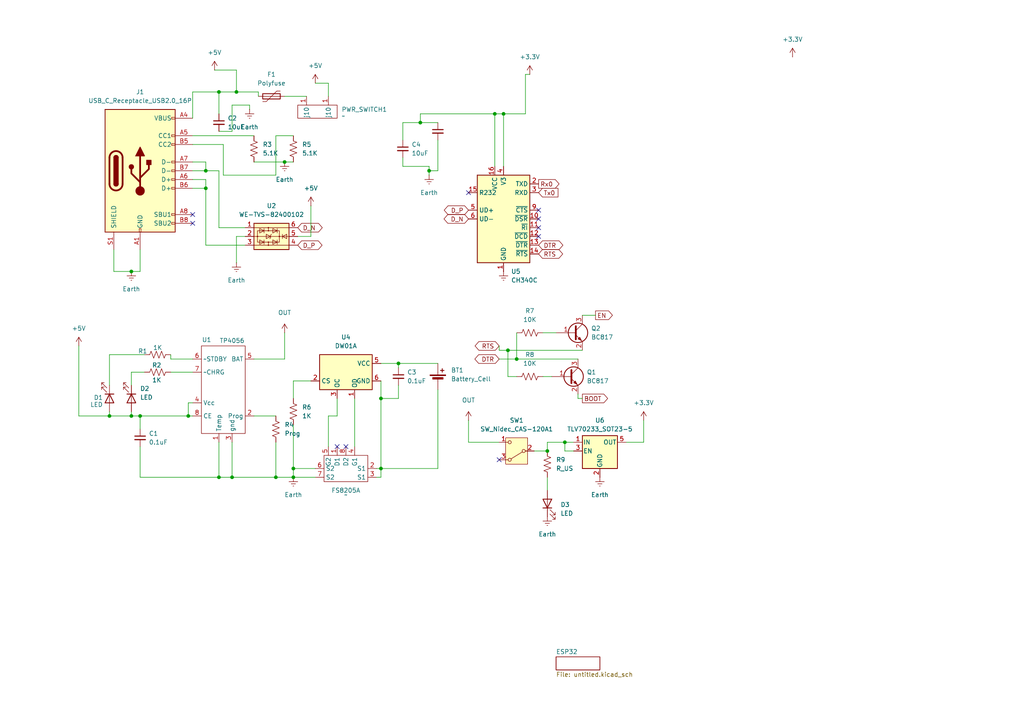
<source format=kicad_sch>
(kicad_sch
	(version 20231120)
	(generator "eeschema")
	(generator_version "8.0")
	(uuid "2e4d3c28-2f6e-4c34-ad20-2e6cc474600e")
	(paper "A4")
	(lib_symbols
		(symbol "Battery_Management:DW01A"
			(exclude_from_sim no)
			(in_bom yes)
			(on_board yes)
			(property "Reference" "U"
				(at -6.604 6.35 0)
				(effects
					(font
						(size 1.27 1.27)
					)
				)
			)
			(property "Value" "DW01A"
				(at 4.318 6.604 0)
				(effects
					(font
						(size 1.27 1.27)
					)
				)
			)
			(property "Footprint" "Package_TO_SOT_SMD:SOT-23-6"
				(at 0 0 0)
				(effects
					(font
						(size 1.27 1.27)
					)
					(hide yes)
				)
			)
			(property "Datasheet" "https://hmsemi.com/downfile/DW01A.PDF"
				(at 0 0 0)
				(effects
					(font
						(size 1.27 1.27)
					)
					(hide yes)
				)
			)
			(property "Description" "Overcharge, overcurrent and overdischarge protection IC for single cell lithium-ion/polymer battery"
				(at 0.254 1.524 0)
				(effects
					(font
						(size 1.27 1.27)
					)
					(hide yes)
				)
			)
			(property "ki_keywords" "battery protection li-ion lipo overcurrent overdischarge overcharge"
				(at 0 0 0)
				(effects
					(font
						(size 1.27 1.27)
					)
					(hide yes)
				)
			)
			(property "ki_fp_filters" "SOT?23*"
				(at 0 0 0)
				(effects
					(font
						(size 1.27 1.27)
					)
					(hide yes)
				)
			)
			(symbol "DW01A_0_1"
				(pin output line
					(at -2.54 -7.62 90)
					(length 2.54)
					(name "OD"
						(effects
							(font
								(size 1.27 1.27)
							)
						)
					)
					(number "1"
						(effects
							(font
								(size 1.27 1.27)
							)
						)
					)
				)
				(pin input line
					(at 10.16 -2.54 180)
					(length 2.54)
					(name "CS"
						(effects
							(font
								(size 1.27 1.27)
							)
						)
					)
					(number "2"
						(effects
							(font
								(size 1.27 1.27)
							)
						)
					)
				)
				(pin output line
					(at 2.54 -7.62 90)
					(length 2.54)
					(name "OC"
						(effects
							(font
								(size 1.27 1.27)
							)
						)
					)
					(number "3"
						(effects
							(font
								(size 1.27 1.27)
							)
						)
					)
				)
				(pin power_in line
					(at -10.16 2.54 0)
					(length 2.54)
					(name "VCC"
						(effects
							(font
								(size 1.27 1.27)
							)
						)
					)
					(number "5"
						(effects
							(font
								(size 1.27 1.27)
							)
						)
					)
				)
				(pin power_in line
					(at -10.16 -2.54 0)
					(length 2.54)
					(name "GND"
						(effects
							(font
								(size 1.27 1.27)
							)
						)
					)
					(number "6"
						(effects
							(font
								(size 1.27 1.27)
							)
						)
					)
				)
			)
			(symbol "DW01A_1_1"
				(rectangle
					(start -7.62 5.08)
					(end 7.62 -5.08)
					(stroke
						(width 0.254)
						(type default)
					)
					(fill
						(type background)
					)
				)
				(pin no_connect line
					(at 10.16 2.54 180)
					(length 2.54) hide
					(name "TD"
						(effects
							(font
								(size 1.27 1.27)
							)
						)
					)
					(number "4"
						(effects
							(font
								(size 1.27 1.27)
							)
						)
					)
				)
			)
		)
		(symbol "Connector:USB_C_Receptacle_USB2.0_16P"
			(pin_names
				(offset 1.016)
			)
			(exclude_from_sim no)
			(in_bom yes)
			(on_board yes)
			(property "Reference" "J"
				(at 0 22.225 0)
				(effects
					(font
						(size 1.27 1.27)
					)
				)
			)
			(property "Value" "USB_C_Receptacle_USB2.0_16P"
				(at 0 19.685 0)
				(effects
					(font
						(size 1.27 1.27)
					)
				)
			)
			(property "Footprint" ""
				(at 3.81 0 0)
				(effects
					(font
						(size 1.27 1.27)
					)
					(hide yes)
				)
			)
			(property "Datasheet" "https://www.usb.org/sites/default/files/documents/usb_type-c.zip"
				(at 3.81 0 0)
				(effects
					(font
						(size 1.27 1.27)
					)
					(hide yes)
				)
			)
			(property "Description" "USB 2.0-only 16P Type-C Receptacle connector"
				(at 0 0 0)
				(effects
					(font
						(size 1.27 1.27)
					)
					(hide yes)
				)
			)
			(property "ki_keywords" "usb universal serial bus type-C USB2.0"
				(at 0 0 0)
				(effects
					(font
						(size 1.27 1.27)
					)
					(hide yes)
				)
			)
			(property "ki_fp_filters" "USB*C*Receptacle*"
				(at 0 0 0)
				(effects
					(font
						(size 1.27 1.27)
					)
					(hide yes)
				)
			)
			(symbol "USB_C_Receptacle_USB2.0_16P_0_0"
				(rectangle
					(start -0.254 -17.78)
					(end 0.254 -16.764)
					(stroke
						(width 0)
						(type default)
					)
					(fill
						(type none)
					)
				)
				(rectangle
					(start 10.16 -14.986)
					(end 9.144 -15.494)
					(stroke
						(width 0)
						(type default)
					)
					(fill
						(type none)
					)
				)
				(rectangle
					(start 10.16 -12.446)
					(end 9.144 -12.954)
					(stroke
						(width 0)
						(type default)
					)
					(fill
						(type none)
					)
				)
				(rectangle
					(start 10.16 -4.826)
					(end 9.144 -5.334)
					(stroke
						(width 0)
						(type default)
					)
					(fill
						(type none)
					)
				)
				(rectangle
					(start 10.16 -2.286)
					(end 9.144 -2.794)
					(stroke
						(width 0)
						(type default)
					)
					(fill
						(type none)
					)
				)
				(rectangle
					(start 10.16 0.254)
					(end 9.144 -0.254)
					(stroke
						(width 0)
						(type default)
					)
					(fill
						(type none)
					)
				)
				(rectangle
					(start 10.16 2.794)
					(end 9.144 2.286)
					(stroke
						(width 0)
						(type default)
					)
					(fill
						(type none)
					)
				)
				(rectangle
					(start 10.16 7.874)
					(end 9.144 7.366)
					(stroke
						(width 0)
						(type default)
					)
					(fill
						(type none)
					)
				)
				(rectangle
					(start 10.16 10.414)
					(end 9.144 9.906)
					(stroke
						(width 0)
						(type default)
					)
					(fill
						(type none)
					)
				)
				(rectangle
					(start 10.16 15.494)
					(end 9.144 14.986)
					(stroke
						(width 0)
						(type default)
					)
					(fill
						(type none)
					)
				)
			)
			(symbol "USB_C_Receptacle_USB2.0_16P_0_1"
				(rectangle
					(start -10.16 17.78)
					(end 10.16 -17.78)
					(stroke
						(width 0.254)
						(type default)
					)
					(fill
						(type background)
					)
				)
				(arc
					(start -8.89 -3.81)
					(mid -6.985 -5.7067)
					(end -5.08 -3.81)
					(stroke
						(width 0.508)
						(type default)
					)
					(fill
						(type none)
					)
				)
				(arc
					(start -7.62 -3.81)
					(mid -6.985 -4.4423)
					(end -6.35 -3.81)
					(stroke
						(width 0.254)
						(type default)
					)
					(fill
						(type none)
					)
				)
				(arc
					(start -7.62 -3.81)
					(mid -6.985 -4.4423)
					(end -6.35 -3.81)
					(stroke
						(width 0.254)
						(type default)
					)
					(fill
						(type outline)
					)
				)
				(rectangle
					(start -7.62 -3.81)
					(end -6.35 3.81)
					(stroke
						(width 0.254)
						(type default)
					)
					(fill
						(type outline)
					)
				)
				(arc
					(start -6.35 3.81)
					(mid -6.985 4.4423)
					(end -7.62 3.81)
					(stroke
						(width 0.254)
						(type default)
					)
					(fill
						(type none)
					)
				)
				(arc
					(start -6.35 3.81)
					(mid -6.985 4.4423)
					(end -7.62 3.81)
					(stroke
						(width 0.254)
						(type default)
					)
					(fill
						(type outline)
					)
				)
				(arc
					(start -5.08 3.81)
					(mid -6.985 5.7067)
					(end -8.89 3.81)
					(stroke
						(width 0.508)
						(type default)
					)
					(fill
						(type none)
					)
				)
				(circle
					(center -2.54 1.143)
					(radius 0.635)
					(stroke
						(width 0.254)
						(type default)
					)
					(fill
						(type outline)
					)
				)
				(circle
					(center 0 -5.842)
					(radius 1.27)
					(stroke
						(width 0)
						(type default)
					)
					(fill
						(type outline)
					)
				)
				(polyline
					(pts
						(xy -8.89 -3.81) (xy -8.89 3.81)
					)
					(stroke
						(width 0.508)
						(type default)
					)
					(fill
						(type none)
					)
				)
				(polyline
					(pts
						(xy -5.08 3.81) (xy -5.08 -3.81)
					)
					(stroke
						(width 0.508)
						(type default)
					)
					(fill
						(type none)
					)
				)
				(polyline
					(pts
						(xy 0 -5.842) (xy 0 4.318)
					)
					(stroke
						(width 0.508)
						(type default)
					)
					(fill
						(type none)
					)
				)
				(polyline
					(pts
						(xy 0 -3.302) (xy -2.54 -0.762) (xy -2.54 0.508)
					)
					(stroke
						(width 0.508)
						(type default)
					)
					(fill
						(type none)
					)
				)
				(polyline
					(pts
						(xy 0 -2.032) (xy 2.54 0.508) (xy 2.54 1.778)
					)
					(stroke
						(width 0.508)
						(type default)
					)
					(fill
						(type none)
					)
				)
				(polyline
					(pts
						(xy -1.27 4.318) (xy 0 6.858) (xy 1.27 4.318) (xy -1.27 4.318)
					)
					(stroke
						(width 0.254)
						(type default)
					)
					(fill
						(type outline)
					)
				)
				(rectangle
					(start 1.905 1.778)
					(end 3.175 3.048)
					(stroke
						(width 0.254)
						(type default)
					)
					(fill
						(type outline)
					)
				)
			)
			(symbol "USB_C_Receptacle_USB2.0_16P_1_1"
				(pin passive line
					(at 0 -22.86 90)
					(length 5.08)
					(name "GND"
						(effects
							(font
								(size 1.27 1.27)
							)
						)
					)
					(number "A1"
						(effects
							(font
								(size 1.27 1.27)
							)
						)
					)
				)
				(pin passive line
					(at 0 -22.86 90)
					(length 5.08) hide
					(name "GND"
						(effects
							(font
								(size 1.27 1.27)
							)
						)
					)
					(number "A12"
						(effects
							(font
								(size 1.27 1.27)
							)
						)
					)
				)
				(pin passive line
					(at 15.24 15.24 180)
					(length 5.08)
					(name "VBUS"
						(effects
							(font
								(size 1.27 1.27)
							)
						)
					)
					(number "A4"
						(effects
							(font
								(size 1.27 1.27)
							)
						)
					)
				)
				(pin bidirectional line
					(at 15.24 10.16 180)
					(length 5.08)
					(name "CC1"
						(effects
							(font
								(size 1.27 1.27)
							)
						)
					)
					(number "A5"
						(effects
							(font
								(size 1.27 1.27)
							)
						)
					)
				)
				(pin bidirectional line
					(at 15.24 -2.54 180)
					(length 5.08)
					(name "D+"
						(effects
							(font
								(size 1.27 1.27)
							)
						)
					)
					(number "A6"
						(effects
							(font
								(size 1.27 1.27)
							)
						)
					)
				)
				(pin bidirectional line
					(at 15.24 2.54 180)
					(length 5.08)
					(name "D-"
						(effects
							(font
								(size 1.27 1.27)
							)
						)
					)
					(number "A7"
						(effects
							(font
								(size 1.27 1.27)
							)
						)
					)
				)
				(pin bidirectional line
					(at 15.24 -12.7 180)
					(length 5.08)
					(name "SBU1"
						(effects
							(font
								(size 1.27 1.27)
							)
						)
					)
					(number "A8"
						(effects
							(font
								(size 1.27 1.27)
							)
						)
					)
				)
				(pin passive line
					(at 15.24 15.24 180)
					(length 5.08) hide
					(name "VBUS"
						(effects
							(font
								(size 1.27 1.27)
							)
						)
					)
					(number "A9"
						(effects
							(font
								(size 1.27 1.27)
							)
						)
					)
				)
				(pin passive line
					(at 0 -22.86 90)
					(length 5.08) hide
					(name "GND"
						(effects
							(font
								(size 1.27 1.27)
							)
						)
					)
					(number "B1"
						(effects
							(font
								(size 1.27 1.27)
							)
						)
					)
				)
				(pin passive line
					(at 0 -22.86 90)
					(length 5.08) hide
					(name "GND"
						(effects
							(font
								(size 1.27 1.27)
							)
						)
					)
					(number "B12"
						(effects
							(font
								(size 1.27 1.27)
							)
						)
					)
				)
				(pin passive line
					(at 15.24 15.24 180)
					(length 5.08) hide
					(name "VBUS"
						(effects
							(font
								(size 1.27 1.27)
							)
						)
					)
					(number "B4"
						(effects
							(font
								(size 1.27 1.27)
							)
						)
					)
				)
				(pin bidirectional line
					(at 15.24 7.62 180)
					(length 5.08)
					(name "CC2"
						(effects
							(font
								(size 1.27 1.27)
							)
						)
					)
					(number "B5"
						(effects
							(font
								(size 1.27 1.27)
							)
						)
					)
				)
				(pin bidirectional line
					(at 15.24 -5.08 180)
					(length 5.08)
					(name "D+"
						(effects
							(font
								(size 1.27 1.27)
							)
						)
					)
					(number "B6"
						(effects
							(font
								(size 1.27 1.27)
							)
						)
					)
				)
				(pin bidirectional line
					(at 15.24 0 180)
					(length 5.08)
					(name "D-"
						(effects
							(font
								(size 1.27 1.27)
							)
						)
					)
					(number "B7"
						(effects
							(font
								(size 1.27 1.27)
							)
						)
					)
				)
				(pin bidirectional line
					(at 15.24 -15.24 180)
					(length 5.08)
					(name "SBU2"
						(effects
							(font
								(size 1.27 1.27)
							)
						)
					)
					(number "B8"
						(effects
							(font
								(size 1.27 1.27)
							)
						)
					)
				)
				(pin passive line
					(at 15.24 15.24 180)
					(length 5.08) hide
					(name "VBUS"
						(effects
							(font
								(size 1.27 1.27)
							)
						)
					)
					(number "B9"
						(effects
							(font
								(size 1.27 1.27)
							)
						)
					)
				)
				(pin passive line
					(at -7.62 -22.86 90)
					(length 5.08)
					(name "SHIELD"
						(effects
							(font
								(size 1.27 1.27)
							)
						)
					)
					(number "S1"
						(effects
							(font
								(size 1.27 1.27)
							)
						)
					)
				)
			)
		)
		(symbol "Device:Battery_Cell"
			(pin_numbers hide)
			(pin_names
				(offset 0) hide)
			(exclude_from_sim no)
			(in_bom yes)
			(on_board yes)
			(property "Reference" "BT"
				(at 2.54 2.54 0)
				(effects
					(font
						(size 1.27 1.27)
					)
					(justify left)
				)
			)
			(property "Value" "Battery_Cell"
				(at 2.54 0 0)
				(effects
					(font
						(size 1.27 1.27)
					)
					(justify left)
				)
			)
			(property "Footprint" ""
				(at 0 1.524 90)
				(effects
					(font
						(size 1.27 1.27)
					)
					(hide yes)
				)
			)
			(property "Datasheet" "~"
				(at 0 1.524 90)
				(effects
					(font
						(size 1.27 1.27)
					)
					(hide yes)
				)
			)
			(property "Description" "Single-cell battery"
				(at 0 0 0)
				(effects
					(font
						(size 1.27 1.27)
					)
					(hide yes)
				)
			)
			(property "ki_keywords" "battery cell"
				(at 0 0 0)
				(effects
					(font
						(size 1.27 1.27)
					)
					(hide yes)
				)
			)
			(symbol "Battery_Cell_0_1"
				(rectangle
					(start -2.286 1.778)
					(end 2.286 1.524)
					(stroke
						(width 0)
						(type default)
					)
					(fill
						(type outline)
					)
				)
				(rectangle
					(start -1.524 1.016)
					(end 1.524 0.508)
					(stroke
						(width 0)
						(type default)
					)
					(fill
						(type outline)
					)
				)
				(polyline
					(pts
						(xy 0 0.762) (xy 0 0)
					)
					(stroke
						(width 0)
						(type default)
					)
					(fill
						(type none)
					)
				)
				(polyline
					(pts
						(xy 0 1.778) (xy 0 2.54)
					)
					(stroke
						(width 0)
						(type default)
					)
					(fill
						(type none)
					)
				)
				(polyline
					(pts
						(xy 0.762 3.048) (xy 1.778 3.048)
					)
					(stroke
						(width 0.254)
						(type default)
					)
					(fill
						(type none)
					)
				)
				(polyline
					(pts
						(xy 1.27 3.556) (xy 1.27 2.54)
					)
					(stroke
						(width 0.254)
						(type default)
					)
					(fill
						(type none)
					)
				)
			)
			(symbol "Battery_Cell_1_1"
				(pin passive line
					(at 0 5.08 270)
					(length 2.54)
					(name "+"
						(effects
							(font
								(size 1.27 1.27)
							)
						)
					)
					(number "1"
						(effects
							(font
								(size 1.27 1.27)
							)
						)
					)
				)
				(pin passive line
					(at 0 -2.54 90)
					(length 2.54)
					(name "-"
						(effects
							(font
								(size 1.27 1.27)
							)
						)
					)
					(number "2"
						(effects
							(font
								(size 1.27 1.27)
							)
						)
					)
				)
			)
		)
		(symbol "Device:C_Small"
			(pin_numbers hide)
			(pin_names
				(offset 0.254) hide)
			(exclude_from_sim no)
			(in_bom yes)
			(on_board yes)
			(property "Reference" "C"
				(at 0.254 1.778 0)
				(effects
					(font
						(size 1.27 1.27)
					)
					(justify left)
				)
			)
			(property "Value" "C_Small"
				(at 0.254 -2.032 0)
				(effects
					(font
						(size 1.27 1.27)
					)
					(justify left)
				)
			)
			(property "Footprint" ""
				(at 0 0 0)
				(effects
					(font
						(size 1.27 1.27)
					)
					(hide yes)
				)
			)
			(property "Datasheet" "~"
				(at 0 0 0)
				(effects
					(font
						(size 1.27 1.27)
					)
					(hide yes)
				)
			)
			(property "Description" "Unpolarized capacitor, small symbol"
				(at 0 0 0)
				(effects
					(font
						(size 1.27 1.27)
					)
					(hide yes)
				)
			)
			(property "ki_keywords" "capacitor cap"
				(at 0 0 0)
				(effects
					(font
						(size 1.27 1.27)
					)
					(hide yes)
				)
			)
			(property "ki_fp_filters" "C_*"
				(at 0 0 0)
				(effects
					(font
						(size 1.27 1.27)
					)
					(hide yes)
				)
			)
			(symbol "C_Small_0_1"
				(polyline
					(pts
						(xy -1.524 -0.508) (xy 1.524 -0.508)
					)
					(stroke
						(width 0.3302)
						(type default)
					)
					(fill
						(type none)
					)
				)
				(polyline
					(pts
						(xy -1.524 0.508) (xy 1.524 0.508)
					)
					(stroke
						(width 0.3048)
						(type default)
					)
					(fill
						(type none)
					)
				)
			)
			(symbol "C_Small_1_1"
				(pin passive line
					(at 0 2.54 270)
					(length 2.032)
					(name "~"
						(effects
							(font
								(size 1.27 1.27)
							)
						)
					)
					(number "1"
						(effects
							(font
								(size 1.27 1.27)
							)
						)
					)
				)
				(pin passive line
					(at 0 -2.54 90)
					(length 2.032)
					(name "~"
						(effects
							(font
								(size 1.27 1.27)
							)
						)
					)
					(number "2"
						(effects
							(font
								(size 1.27 1.27)
							)
						)
					)
				)
			)
		)
		(symbol "Device:LED"
			(pin_numbers hide)
			(pin_names
				(offset 1.016) hide)
			(exclude_from_sim no)
			(in_bom yes)
			(on_board yes)
			(property "Reference" "D"
				(at 0 2.54 0)
				(effects
					(font
						(size 1.27 1.27)
					)
				)
			)
			(property "Value" "LED"
				(at 0 -2.54 0)
				(effects
					(font
						(size 1.27 1.27)
					)
				)
			)
			(property "Footprint" ""
				(at 0 0 0)
				(effects
					(font
						(size 1.27 1.27)
					)
					(hide yes)
				)
			)
			(property "Datasheet" "~"
				(at 0 0 0)
				(effects
					(font
						(size 1.27 1.27)
					)
					(hide yes)
				)
			)
			(property "Description" "Light emitting diode"
				(at 0 0 0)
				(effects
					(font
						(size 1.27 1.27)
					)
					(hide yes)
				)
			)
			(property "ki_keywords" "LED diode"
				(at 0 0 0)
				(effects
					(font
						(size 1.27 1.27)
					)
					(hide yes)
				)
			)
			(property "ki_fp_filters" "LED* LED_SMD:* LED_THT:*"
				(at 0 0 0)
				(effects
					(font
						(size 1.27 1.27)
					)
					(hide yes)
				)
			)
			(symbol "LED_0_1"
				(polyline
					(pts
						(xy -1.27 -1.27) (xy -1.27 1.27)
					)
					(stroke
						(width 0.254)
						(type default)
					)
					(fill
						(type none)
					)
				)
				(polyline
					(pts
						(xy -1.27 0) (xy 1.27 0)
					)
					(stroke
						(width 0)
						(type default)
					)
					(fill
						(type none)
					)
				)
				(polyline
					(pts
						(xy 1.27 -1.27) (xy 1.27 1.27) (xy -1.27 0) (xy 1.27 -1.27)
					)
					(stroke
						(width 0.254)
						(type default)
					)
					(fill
						(type none)
					)
				)
				(polyline
					(pts
						(xy -3.048 -0.762) (xy -4.572 -2.286) (xy -3.81 -2.286) (xy -4.572 -2.286) (xy -4.572 -1.524)
					)
					(stroke
						(width 0)
						(type default)
					)
					(fill
						(type none)
					)
				)
				(polyline
					(pts
						(xy -1.778 -0.762) (xy -3.302 -2.286) (xy -2.54 -2.286) (xy -3.302 -2.286) (xy -3.302 -1.524)
					)
					(stroke
						(width 0)
						(type default)
					)
					(fill
						(type none)
					)
				)
			)
			(symbol "LED_1_1"
				(pin passive line
					(at -3.81 0 0)
					(length 2.54)
					(name "K"
						(effects
							(font
								(size 1.27 1.27)
							)
						)
					)
					(number "1"
						(effects
							(font
								(size 1.27 1.27)
							)
						)
					)
				)
				(pin passive line
					(at 3.81 0 180)
					(length 2.54)
					(name "A"
						(effects
							(font
								(size 1.27 1.27)
							)
						)
					)
					(number "2"
						(effects
							(font
								(size 1.27 1.27)
							)
						)
					)
				)
			)
		)
		(symbol "Device:Polyfuse"
			(pin_numbers hide)
			(pin_names
				(offset 0)
			)
			(exclude_from_sim no)
			(in_bom yes)
			(on_board yes)
			(property "Reference" "F"
				(at -2.54 0 90)
				(effects
					(font
						(size 1.27 1.27)
					)
				)
			)
			(property "Value" "Polyfuse"
				(at 2.54 0 90)
				(effects
					(font
						(size 1.27 1.27)
					)
				)
			)
			(property "Footprint" ""
				(at 1.27 -5.08 0)
				(effects
					(font
						(size 1.27 1.27)
					)
					(justify left)
					(hide yes)
				)
			)
			(property "Datasheet" "~"
				(at 0 0 0)
				(effects
					(font
						(size 1.27 1.27)
					)
					(hide yes)
				)
			)
			(property "Description" "Resettable fuse, polymeric positive temperature coefficient"
				(at 0 0 0)
				(effects
					(font
						(size 1.27 1.27)
					)
					(hide yes)
				)
			)
			(property "ki_keywords" "resettable fuse PTC PPTC polyfuse polyswitch"
				(at 0 0 0)
				(effects
					(font
						(size 1.27 1.27)
					)
					(hide yes)
				)
			)
			(property "ki_fp_filters" "*polyfuse* *PTC*"
				(at 0 0 0)
				(effects
					(font
						(size 1.27 1.27)
					)
					(hide yes)
				)
			)
			(symbol "Polyfuse_0_1"
				(rectangle
					(start -0.762 2.54)
					(end 0.762 -2.54)
					(stroke
						(width 0.254)
						(type default)
					)
					(fill
						(type none)
					)
				)
				(polyline
					(pts
						(xy 0 2.54) (xy 0 -2.54)
					)
					(stroke
						(width 0)
						(type default)
					)
					(fill
						(type none)
					)
				)
				(polyline
					(pts
						(xy -1.524 2.54) (xy -1.524 1.524) (xy 1.524 -1.524) (xy 1.524 -2.54)
					)
					(stroke
						(width 0)
						(type default)
					)
					(fill
						(type none)
					)
				)
			)
			(symbol "Polyfuse_1_1"
				(pin passive line
					(at 0 3.81 270)
					(length 1.27)
					(name "~"
						(effects
							(font
								(size 1.27 1.27)
							)
						)
					)
					(number "1"
						(effects
							(font
								(size 1.27 1.27)
							)
						)
					)
				)
				(pin passive line
					(at 0 -3.81 90)
					(length 1.27)
					(name "~"
						(effects
							(font
								(size 1.27 1.27)
							)
						)
					)
					(number "2"
						(effects
							(font
								(size 1.27 1.27)
							)
						)
					)
				)
			)
		)
		(symbol "Device:R_US"
			(pin_numbers hide)
			(pin_names
				(offset 0)
			)
			(exclude_from_sim no)
			(in_bom yes)
			(on_board yes)
			(property "Reference" "R"
				(at 2.54 0 90)
				(effects
					(font
						(size 1.27 1.27)
					)
				)
			)
			(property "Value" "R_US"
				(at -2.54 0 90)
				(effects
					(font
						(size 1.27 1.27)
					)
				)
			)
			(property "Footprint" ""
				(at 1.016 -0.254 90)
				(effects
					(font
						(size 1.27 1.27)
					)
					(hide yes)
				)
			)
			(property "Datasheet" "~"
				(at 0 0 0)
				(effects
					(font
						(size 1.27 1.27)
					)
					(hide yes)
				)
			)
			(property "Description" "Resistor, US symbol"
				(at 0 0 0)
				(effects
					(font
						(size 1.27 1.27)
					)
					(hide yes)
				)
			)
			(property "ki_keywords" "R res resistor"
				(at 0 0 0)
				(effects
					(font
						(size 1.27 1.27)
					)
					(hide yes)
				)
			)
			(property "ki_fp_filters" "R_*"
				(at 0 0 0)
				(effects
					(font
						(size 1.27 1.27)
					)
					(hide yes)
				)
			)
			(symbol "R_US_0_1"
				(polyline
					(pts
						(xy 0 -2.286) (xy 0 -2.54)
					)
					(stroke
						(width 0)
						(type default)
					)
					(fill
						(type none)
					)
				)
				(polyline
					(pts
						(xy 0 2.286) (xy 0 2.54)
					)
					(stroke
						(width 0)
						(type default)
					)
					(fill
						(type none)
					)
				)
				(polyline
					(pts
						(xy 0 -0.762) (xy 1.016 -1.143) (xy 0 -1.524) (xy -1.016 -1.905) (xy 0 -2.286)
					)
					(stroke
						(width 0)
						(type default)
					)
					(fill
						(type none)
					)
				)
				(polyline
					(pts
						(xy 0 0.762) (xy 1.016 0.381) (xy 0 0) (xy -1.016 -0.381) (xy 0 -0.762)
					)
					(stroke
						(width 0)
						(type default)
					)
					(fill
						(type none)
					)
				)
				(polyline
					(pts
						(xy 0 2.286) (xy 1.016 1.905) (xy 0 1.524) (xy -1.016 1.143) (xy 0 0.762)
					)
					(stroke
						(width 0)
						(type default)
					)
					(fill
						(type none)
					)
				)
			)
			(symbol "R_US_1_1"
				(pin passive line
					(at 0 3.81 270)
					(length 1.27)
					(name "~"
						(effects
							(font
								(size 1.27 1.27)
							)
						)
					)
					(number "1"
						(effects
							(font
								(size 1.27 1.27)
							)
						)
					)
				)
				(pin passive line
					(at 0 -3.81 90)
					(length 1.27)
					(name "~"
						(effects
							(font
								(size 1.27 1.27)
							)
						)
					)
					(number "2"
						(effects
							(font
								(size 1.27 1.27)
							)
						)
					)
				)
			)
		)
		(symbol "FS8205A:FS8205A"
			(exclude_from_sim no)
			(in_bom yes)
			(on_board yes)
			(property "Reference" "U"
				(at 14.224 9.398 0)
				(effects
					(font
						(size 1.27 1.27)
					)
				)
			)
			(property "Value" ""
				(at 0 0 0)
				(effects
					(font
						(size 1.27 1.27)
					)
				)
			)
			(property "Footprint" ""
				(at 0 0 0)
				(effects
					(font
						(size 1.27 1.27)
					)
					(hide yes)
				)
			)
			(property "Datasheet" ""
				(at 0 0 0)
				(effects
					(font
						(size 1.27 1.27)
					)
					(hide yes)
				)
			)
			(property "Description" ""
				(at 0 0 0)
				(effects
					(font
						(size 1.27 1.27)
					)
					(hide yes)
				)
			)
			(symbol "FS8205A_0_1"
				(rectangle
					(start -3.81 2.54)
					(end 8.89 -5.08)
					(stroke
						(width 0)
						(type default)
					)
					(fill
						(type none)
					)
				)
			)
			(symbol "FS8205A_1_1"
				(pin input line
					(at 0 5.08 270)
					(length 2.54)
					(name "D1"
						(effects
							(font
								(size 1.27 1.27)
							)
						)
					)
					(number "1"
						(effects
							(font
								(size 1.27 1.27)
							)
						)
					)
				)
				(pin input line
					(at 11.43 -1.27 180)
					(length 2.54)
					(name "S1"
						(effects
							(font
								(size 1.27 1.27)
							)
						)
					)
					(number "2"
						(effects
							(font
								(size 1.27 1.27)
							)
						)
					)
				)
				(pin input line
					(at 11.43 -3.81 180)
					(length 2.54)
					(name "S1"
						(effects
							(font
								(size 1.27 1.27)
							)
						)
					)
					(number "3"
						(effects
							(font
								(size 1.27 1.27)
							)
						)
					)
				)
				(pin input line
					(at 5.08 5.08 270)
					(length 2.54)
					(name "G1"
						(effects
							(font
								(size 1.27 1.27)
							)
						)
					)
					(number "4"
						(effects
							(font
								(size 1.27 1.27)
							)
						)
					)
				)
				(pin input line
					(at -2.54 5.08 270)
					(length 2.54)
					(name "G2"
						(effects
							(font
								(size 1.27 1.27)
							)
						)
					)
					(number "5"
						(effects
							(font
								(size 1.27 1.27)
							)
						)
					)
				)
				(pin input line
					(at -6.35 -1.27 0)
					(length 2.54)
					(name "S2"
						(effects
							(font
								(size 1.27 1.27)
							)
						)
					)
					(number "6"
						(effects
							(font
								(size 1.27 1.27)
							)
						)
					)
				)
				(pin input line
					(at -6.35 -3.81 0)
					(length 2.54)
					(name "S2"
						(effects
							(font
								(size 1.27 1.27)
							)
						)
					)
					(number "7"
						(effects
							(font
								(size 1.27 1.27)
							)
						)
					)
				)
				(pin input line
					(at 2.54 5.08 270)
					(length 2.54)
					(name "D2"
						(effects
							(font
								(size 1.27 1.27)
							)
						)
					)
					(number "8"
						(effects
							(font
								(size 1.27 1.27)
							)
						)
					)
				)
			)
		)
		(symbol "Interface_USB:CH340C"
			(exclude_from_sim no)
			(in_bom yes)
			(on_board yes)
			(property "Reference" "U"
				(at -5.08 13.97 0)
				(effects
					(font
						(size 1.27 1.27)
					)
					(justify right)
				)
			)
			(property "Value" "CH340C"
				(at 1.27 13.97 0)
				(effects
					(font
						(size 1.27 1.27)
					)
					(justify left)
				)
			)
			(property "Footprint" "Package_SO:SOIC-16_3.9x9.9mm_P1.27mm"
				(at -18.542 30.226 0)
				(effects
					(font
						(size 1.27 1.27)
					)
					(justify left)
					(hide yes)
				)
			)
			(property "Datasheet" "https://datasheet.lcsc.com/szlcsc/Jiangsu-Qin-Heng-CH340C_C84681.pdf"
				(at -6.604 33.274 0)
				(effects
					(font
						(size 1.27 1.27)
					)
					(hide yes)
				)
			)
			(property "Description" "USB serial converter, crystal-less, UART, SOIC-16"
				(at -1.524 36.068 0)
				(effects
					(font
						(size 1.27 1.27)
					)
					(hide yes)
				)
			)
			(property "ki_keywords" "USB UART Serial Converter Interface"
				(at 0 0 0)
				(effects
					(font
						(size 1.27 1.27)
					)
					(hide yes)
				)
			)
			(property "ki_fp_filters" "SOIC*3.9x9.9mm*P1.27mm*"
				(at 0 0 0)
				(effects
					(font
						(size 1.27 1.27)
					)
					(hide yes)
				)
			)
			(symbol "CH340C_0_1"
				(rectangle
					(start -7.62 12.7)
					(end 7.62 -12.7)
					(stroke
						(width 0.254)
						(type default)
					)
					(fill
						(type background)
					)
				)
			)
			(symbol "CH340C_1_1"
				(pin power_in line
					(at 0 -15.24 90)
					(length 2.54)
					(name "GND"
						(effects
							(font
								(size 1.27 1.27)
							)
						)
					)
					(number "1"
						(effects
							(font
								(size 1.27 1.27)
							)
						)
					)
				)
				(pin input line
					(at 10.16 0 180)
					(length 2.54)
					(name "~{DSR}"
						(effects
							(font
								(size 1.27 1.27)
							)
						)
					)
					(number "10"
						(effects
							(font
								(size 1.27 1.27)
							)
						)
					)
				)
				(pin input line
					(at 10.16 -2.54 180)
					(length 2.54)
					(name "~{RI}"
						(effects
							(font
								(size 1.27 1.27)
							)
						)
					)
					(number "11"
						(effects
							(font
								(size 1.27 1.27)
							)
						)
					)
				)
				(pin input line
					(at 10.16 -5.08 180)
					(length 2.54)
					(name "~{DCD}"
						(effects
							(font
								(size 1.27 1.27)
							)
						)
					)
					(number "12"
						(effects
							(font
								(size 1.27 1.27)
							)
						)
					)
				)
				(pin output line
					(at 10.16 -7.62 180)
					(length 2.54)
					(name "~{DTR}"
						(effects
							(font
								(size 1.27 1.27)
							)
						)
					)
					(number "13"
						(effects
							(font
								(size 1.27 1.27)
							)
						)
					)
				)
				(pin output line
					(at 10.16 -10.16 180)
					(length 2.54)
					(name "~{RTS}"
						(effects
							(font
								(size 1.27 1.27)
							)
						)
					)
					(number "14"
						(effects
							(font
								(size 1.27 1.27)
							)
						)
					)
				)
				(pin input line
					(at -10.16 7.62 0)
					(length 2.54)
					(name "R232"
						(effects
							(font
								(size 1.27 1.27)
							)
						)
					)
					(number "15"
						(effects
							(font
								(size 1.27 1.27)
							)
						)
					)
				)
				(pin power_in line
					(at -2.54 15.24 270)
					(length 2.54)
					(name "VCC"
						(effects
							(font
								(size 1.27 1.27)
							)
						)
					)
					(number "16"
						(effects
							(font
								(size 1.27 1.27)
							)
						)
					)
				)
				(pin output line
					(at 10.16 10.16 180)
					(length 2.54)
					(name "TXD"
						(effects
							(font
								(size 1.27 1.27)
							)
						)
					)
					(number "2"
						(effects
							(font
								(size 1.27 1.27)
							)
						)
					)
				)
				(pin input line
					(at 10.16 7.62 180)
					(length 2.54)
					(name "RXD"
						(effects
							(font
								(size 1.27 1.27)
							)
						)
					)
					(number "3"
						(effects
							(font
								(size 1.27 1.27)
							)
						)
					)
				)
				(pin power_out line
					(at 0 15.24 270)
					(length 2.54)
					(name "V3"
						(effects
							(font
								(size 1.27 1.27)
							)
						)
					)
					(number "4"
						(effects
							(font
								(size 1.27 1.27)
							)
						)
					)
				)
				(pin bidirectional line
					(at -10.16 2.54 0)
					(length 2.54)
					(name "UD+"
						(effects
							(font
								(size 1.27 1.27)
							)
						)
					)
					(number "5"
						(effects
							(font
								(size 1.27 1.27)
							)
						)
					)
				)
				(pin bidirectional line
					(at -10.16 0 0)
					(length 2.54)
					(name "UD-"
						(effects
							(font
								(size 1.27 1.27)
							)
						)
					)
					(number "6"
						(effects
							(font
								(size 1.27 1.27)
							)
						)
					)
				)
				(pin no_connect line
					(at -7.62 -5.08 0)
					(length 2.54) hide
					(name "NC"
						(effects
							(font
								(size 1.27 1.27)
							)
						)
					)
					(number "7"
						(effects
							(font
								(size 1.27 1.27)
							)
						)
					)
				)
				(pin no_connect line
					(at -7.62 -7.62 0)
					(length 2.54) hide
					(name "NC"
						(effects
							(font
								(size 1.27 1.27)
							)
						)
					)
					(number "8"
						(effects
							(font
								(size 1.27 1.27)
							)
						)
					)
				)
				(pin input line
					(at 10.16 2.54 180)
					(length 2.54)
					(name "~{CTS}"
						(effects
							(font
								(size 1.27 1.27)
							)
						)
					)
					(number "9"
						(effects
							(font
								(size 1.27 1.27)
							)
						)
					)
				)
			)
		)
		(symbol "Power_Protection:WE-TVS-82400102"
			(exclude_from_sim no)
			(in_bom yes)
			(on_board yes)
			(property "Reference" "U"
				(at 0 7.62 0)
				(effects
					(font
						(size 1.27 1.27)
					)
				)
			)
			(property "Value" "WE-TVS-82400102"
				(at 0 5.08 0)
				(effects
					(font
						(size 1.27 1.27)
					)
				)
			)
			(property "Footprint" "Package_TO_SOT_SMD:SOT-23-6"
				(at 0 -5.08 0)
				(effects
					(font
						(size 1.27 1.27)
					)
					(hide yes)
				)
			)
			(property "Datasheet" "https://www.we-online.com/components/products/datasheet/82400102.pdf"
				(at 0 -6.35 0)
				(effects
					(font
						(size 1.27 1.27)
					)
					(hide yes)
				)
			)
			(property "Description" "Low Capacitance TVS Diode Array, 2 Channels, SOT-23-6"
				(at 0 0 0)
				(effects
					(font
						(size 1.27 1.27)
					)
					(hide yes)
				)
			)
			(property "ki_keywords" "ESD Protection TVS High-speed USB"
				(at 0 0 0)
				(effects
					(font
						(size 1.27 1.27)
					)
					(hide yes)
				)
			)
			(property "ki_fp_filters" "SOT?23*"
				(at 0 0 0)
				(effects
					(font
						(size 1.27 1.27)
					)
					(hide yes)
				)
			)
			(symbol "WE-TVS-82400102_0_1"
				(circle
					(center -4.064 0)
					(radius 0.127)
					(stroke
						(width 0)
						(type default)
					)
					(fill
						(type none)
					)
				)
				(rectangle
					(start -4.064 1.651)
					(end 2.286 -1.651)
					(stroke
						(width 0)
						(type default)
					)
					(fill
						(type none)
					)
				)
				(circle
					(center -0.889 -2.54)
					(radius 0.127)
					(stroke
						(width 0)
						(type default)
					)
					(fill
						(type none)
					)
				)
				(circle
					(center -0.889 -1.651)
					(radius 0.127)
					(stroke
						(width 0)
						(type default)
					)
					(fill
						(type none)
					)
				)
				(circle
					(center -0.889 1.651)
					(radius 0.127)
					(stroke
						(width 0)
						(type default)
					)
					(fill
						(type none)
					)
				)
				(circle
					(center -0.889 2.54)
					(radius 0.127)
					(stroke
						(width 0)
						(type default)
					)
					(fill
						(type none)
					)
				)
				(polyline
					(pts
						(xy -5.08 -2.54) (xy 5.08 -2.54)
					)
					(stroke
						(width 0)
						(type default)
					)
					(fill
						(type none)
					)
				)
				(polyline
					(pts
						(xy -5.08 2.54) (xy 5.08 2.54)
					)
					(stroke
						(width 0)
						(type default)
					)
					(fill
						(type none)
					)
				)
				(polyline
					(pts
						(xy -4.064 0) (xy -5.08 0)
					)
					(stroke
						(width 0)
						(type default)
					)
					(fill
						(type none)
					)
				)
				(polyline
					(pts
						(xy -4.064 0) (xy 2.286 0)
					)
					(stroke
						(width 0)
						(type default)
					)
					(fill
						(type outline)
					)
				)
				(polyline
					(pts
						(xy -2.159 -1.016) (xy -2.159 -2.286)
					)
					(stroke
						(width 0)
						(type default)
					)
					(fill
						(type none)
					)
				)
				(polyline
					(pts
						(xy -2.159 2.286) (xy -2.159 1.016)
					)
					(stroke
						(width 0)
						(type default)
					)
					(fill
						(type none)
					)
				)
				(polyline
					(pts
						(xy -0.889 -1.651) (xy -0.889 -2.413)
					)
					(stroke
						(width 0)
						(type default)
					)
					(fill
						(type none)
					)
				)
				(polyline
					(pts
						(xy -0.889 1.651) (xy -0.889 2.54)
					)
					(stroke
						(width 0)
						(type default)
					)
					(fill
						(type none)
					)
				)
				(polyline
					(pts
						(xy -0.508 -0.635) (xy -0.508 -0.635)
					)
					(stroke
						(width 0)
						(type default)
					)
					(fill
						(type none)
					)
				)
				(polyline
					(pts
						(xy 1.651 -1.016) (xy 1.651 -2.286)
					)
					(stroke
						(width 0)
						(type default)
					)
					(fill
						(type none)
					)
				)
				(polyline
					(pts
						(xy 1.651 2.286) (xy 1.651 1.016)
					)
					(stroke
						(width 0)
						(type default)
					)
					(fill
						(type none)
					)
				)
				(polyline
					(pts
						(xy 2.286 0) (xy 5.08 0)
					)
					(stroke
						(width 0)
						(type default)
					)
					(fill
						(type none)
					)
				)
				(polyline
					(pts
						(xy -3.429 -1.016) (xy -3.429 -2.286) (xy -2.159 -1.651) (xy -3.429 -1.016)
					)
					(stroke
						(width 0)
						(type default)
					)
					(fill
						(type none)
					)
				)
				(polyline
					(pts
						(xy -3.429 1.016) (xy -3.429 2.286) (xy -2.159 1.651) (xy -3.429 1.016)
					)
					(stroke
						(width 0)
						(type default)
					)
					(fill
						(type none)
					)
				)
				(polyline
					(pts
						(xy 0 0.635) (xy -0.254 0.381) (xy -0.254 -0.381) (xy -0.508 -0.635)
					)
					(stroke
						(width 0)
						(type default)
					)
					(fill
						(type none)
					)
				)
				(polyline
					(pts
						(xy 0.381 -1.016) (xy 0.381 -2.286) (xy 1.651 -1.651) (xy 0.381 -1.016)
					)
					(stroke
						(width 0)
						(type default)
					)
					(fill
						(type none)
					)
				)
				(polyline
					(pts
						(xy 0.381 1.016) (xy 0.381 2.286) (xy 1.651 1.651) (xy 0.381 1.016)
					)
					(stroke
						(width 0)
						(type default)
					)
					(fill
						(type none)
					)
				)
				(circle
					(center 2.286 0)
					(radius 0.127)
					(stroke
						(width 0)
						(type default)
					)
					(fill
						(type none)
					)
				)
			)
			(symbol "WE-TVS-82400102_1_1"
				(rectangle
					(start -5.08 3.81)
					(end 5.08 -3.81)
					(stroke
						(width 0.254)
						(type default)
					)
					(fill
						(type background)
					)
				)
				(polyline
					(pts
						(xy 3.175 0.635) (xy 3.175 -0.635)
					)
					(stroke
						(width 0)
						(type default)
					)
					(fill
						(type none)
					)
				)
				(polyline
					(pts
						(xy -1.524 0.635) (xy -1.524 -0.635) (xy -0.254 0) (xy -1.524 0.635)
					)
					(stroke
						(width 0)
						(type default)
					)
					(fill
						(type none)
					)
				)
				(polyline
					(pts
						(xy 4.445 0.635) (xy 4.445 -0.635) (xy 3.175 0) (xy 4.445 0.635)
					)
					(stroke
						(width 0)
						(type default)
					)
					(fill
						(type none)
					)
				)
				(pin passive line
					(at -7.62 2.54 0)
					(length 2.54)
					(name "~"
						(effects
							(font
								(size 1.27 1.27)
							)
						)
					)
					(number "1"
						(effects
							(font
								(size 1.27 1.27)
							)
						)
					)
				)
				(pin passive line
					(at -7.62 0 0)
					(length 2.54)
					(name "~"
						(effects
							(font
								(size 1.27 1.27)
							)
						)
					)
					(number "2"
						(effects
							(font
								(size 1.27 1.27)
							)
						)
					)
				)
				(pin passive line
					(at -7.62 -2.54 0)
					(length 2.54)
					(name "~"
						(effects
							(font
								(size 1.27 1.27)
							)
						)
					)
					(number "3"
						(effects
							(font
								(size 1.27 1.27)
							)
						)
					)
				)
				(pin passive line
					(at 7.62 -2.54 180)
					(length 2.54)
					(name "~"
						(effects
							(font
								(size 1.27 1.27)
							)
						)
					)
					(number "4"
						(effects
							(font
								(size 1.27 1.27)
							)
						)
					)
				)
				(pin passive line
					(at 7.62 0 180)
					(length 2.54)
					(name "~"
						(effects
							(font
								(size 1.27 1.27)
							)
						)
					)
					(number "5"
						(effects
							(font
								(size 1.27 1.27)
							)
						)
					)
				)
				(pin passive line
					(at 7.62 2.54 180)
					(length 2.54)
					(name "~"
						(effects
							(font
								(size 1.27 1.27)
							)
						)
					)
					(number "6"
						(effects
							(font
								(size 1.27 1.27)
							)
						)
					)
				)
			)
		)
		(symbol "Regulator_Linear:TLV70233_SOT23-5"
			(pin_names
				(offset 0.254)
			)
			(exclude_from_sim no)
			(in_bom yes)
			(on_board yes)
			(property "Reference" "U"
				(at -3.81 5.715 0)
				(effects
					(font
						(size 1.27 1.27)
					)
				)
			)
			(property "Value" "TLV70233_SOT23-5"
				(at 0 5.715 0)
				(effects
					(font
						(size 1.27 1.27)
					)
					(justify left)
				)
			)
			(property "Footprint" "Package_TO_SOT_SMD:SOT-23-5"
				(at 0 8.255 0)
				(effects
					(font
						(size 1.27 1.27)
						(italic yes)
					)
					(hide yes)
				)
			)
			(property "Datasheet" "http://www.ti.com/lit/ds/symlink/tlv702.pdf"
				(at 0 1.27 0)
				(effects
					(font
						(size 1.27 1.27)
					)
					(hide yes)
				)
			)
			(property "Description" "300mA Low Dropout Voltage Regulator, Fixed Output 3.3V, SOT-23-5"
				(at 0 0 0)
				(effects
					(font
						(size 1.27 1.27)
					)
					(hide yes)
				)
			)
			(property "ki_keywords" "300mA LDO Regulator Fixed Positive"
				(at 0 0 0)
				(effects
					(font
						(size 1.27 1.27)
					)
					(hide yes)
				)
			)
			(property "ki_fp_filters" "SOT?23*"
				(at 0 0 0)
				(effects
					(font
						(size 1.27 1.27)
					)
					(hide yes)
				)
			)
			(symbol "TLV70233_SOT23-5_0_1"
				(rectangle
					(start -5.08 4.445)
					(end 5.08 -5.08)
					(stroke
						(width 0.254)
						(type default)
					)
					(fill
						(type background)
					)
				)
			)
			(symbol "TLV70233_SOT23-5_1_1"
				(pin power_in line
					(at -7.62 2.54 0)
					(length 2.54)
					(name "IN"
						(effects
							(font
								(size 1.27 1.27)
							)
						)
					)
					(number "1"
						(effects
							(font
								(size 1.27 1.27)
							)
						)
					)
				)
				(pin power_in line
					(at 0 -7.62 90)
					(length 2.54)
					(name "GND"
						(effects
							(font
								(size 1.27 1.27)
							)
						)
					)
					(number "2"
						(effects
							(font
								(size 1.27 1.27)
							)
						)
					)
				)
				(pin input line
					(at -7.62 0 0)
					(length 2.54)
					(name "EN"
						(effects
							(font
								(size 1.27 1.27)
							)
						)
					)
					(number "3"
						(effects
							(font
								(size 1.27 1.27)
							)
						)
					)
				)
				(pin no_connect line
					(at 5.08 0 180)
					(length 2.54) hide
					(name "NC"
						(effects
							(font
								(size 1.27 1.27)
							)
						)
					)
					(number "4"
						(effects
							(font
								(size 1.27 1.27)
							)
						)
					)
				)
				(pin power_out line
					(at 7.62 2.54 180)
					(length 2.54)
					(name "OUT"
						(effects
							(font
								(size 1.27 1.27)
							)
						)
					)
					(number "5"
						(effects
							(font
								(size 1.27 1.27)
							)
						)
					)
				)
			)
		)
		(symbol "Switch:SW_Nidec_CAS-120A1"
			(pin_names
				(offset 1) hide)
			(exclude_from_sim no)
			(in_bom yes)
			(on_board yes)
			(property "Reference" "SW"
				(at 0 4.318 0)
				(effects
					(font
						(size 1.27 1.27)
					)
				)
			)
			(property "Value" "SW_Nidec_CAS-120A1"
				(at 0 -5.08 0)
				(effects
					(font
						(size 1.27 1.27)
					)
				)
			)
			(property "Footprint" "Button_Switch_SMD:Nidec_Copal_CAS-120A"
				(at 0 -10.16 0)
				(effects
					(font
						(size 1.27 1.27)
					)
					(hide yes)
				)
			)
			(property "Datasheet" "https://www.nidec-components.com/e/catalog/switch/cas.pdf"
				(at 0 -7.62 0)
				(effects
					(font
						(size 1.27 1.27)
					)
					(hide yes)
				)
			)
			(property "Description" "Switch, single pole double throw"
				(at 0 0 0)
				(effects
					(font
						(size 1.27 1.27)
					)
					(hide yes)
				)
			)
			(property "ki_keywords" "switch single-pole double-throw spdt ON-ON"
				(at 0 0 0)
				(effects
					(font
						(size 1.27 1.27)
					)
					(hide yes)
				)
			)
			(property "ki_fp_filters" "*Nidec?Copal?CAS?120A*"
				(at 0 0 0)
				(effects
					(font
						(size 1.27 1.27)
					)
					(hide yes)
				)
			)
			(symbol "SW_Nidec_CAS-120A1_0_1"
				(circle
					(center -2.032 0)
					(radius 0.4572)
					(stroke
						(width 0)
						(type default)
					)
					(fill
						(type none)
					)
				)
				(polyline
					(pts
						(xy -1.651 0.254) (xy 1.651 2.286)
					)
					(stroke
						(width 0)
						(type default)
					)
					(fill
						(type none)
					)
				)
				(circle
					(center 2.032 -2.54)
					(radius 0.4572)
					(stroke
						(width 0)
						(type default)
					)
					(fill
						(type none)
					)
				)
				(circle
					(center 2.032 2.54)
					(radius 0.4572)
					(stroke
						(width 0)
						(type default)
					)
					(fill
						(type none)
					)
				)
			)
			(symbol "SW_Nidec_CAS-120A1_1_1"
				(rectangle
					(start -3.175 3.81)
					(end 3.175 -3.81)
					(stroke
						(width 0)
						(type default)
					)
					(fill
						(type background)
					)
				)
				(pin passive line
					(at 5.08 -2.54 180)
					(length 2.54)
					(name "C"
						(effects
							(font
								(size 1.27 1.27)
							)
						)
					)
					(number "1"
						(effects
							(font
								(size 1.27 1.27)
							)
						)
					)
				)
				(pin passive line
					(at -5.08 0 0)
					(length 2.54)
					(name "B"
						(effects
							(font
								(size 1.27 1.27)
							)
						)
					)
					(number "2"
						(effects
							(font
								(size 1.27 1.27)
							)
						)
					)
				)
				(pin passive line
					(at 5.08 2.54 180)
					(length 2.54)
					(name "A"
						(effects
							(font
								(size 1.27 1.27)
							)
						)
					)
					(number "3"
						(effects
							(font
								(size 1.27 1.27)
							)
						)
					)
				)
			)
		)
		(symbol "TP4056:TP4056"
			(exclude_from_sim no)
			(in_bom yes)
			(on_board yes)
			(property "Reference" "U"
				(at 39.878 28.702 0)
				(effects
					(font
						(size 1.27 1.27)
					)
				)
			)
			(property "Value" ""
				(at -2.54 5.08 90)
				(effects
					(font
						(size 1.27 1.27)
					)
				)
			)
			(property "Footprint" ""
				(at -2.54 5.08 90)
				(effects
					(font
						(size 1.27 1.27)
					)
					(hide yes)
				)
			)
			(property "Datasheet" ""
				(at -2.54 5.08 90)
				(effects
					(font
						(size 1.27 1.27)
					)
					(hide yes)
				)
			)
			(property "Description" ""
				(at -2.54 5.08 90)
				(effects
					(font
						(size 1.27 1.27)
					)
					(hide yes)
				)
			)
			(symbol "TP4056_0_1"
				(rectangle
					(start -10.16 26.67)
					(end 2.54 1.27)
					(stroke
						(width 0)
						(type default)
					)
					(fill
						(type none)
					)
				)
			)
			(symbol "TP4056_1_1"
				(pin input line
					(at -5.08 -1.27 90)
					(length 2.54)
					(name "Temp"
						(effects
							(font
								(size 1.27 1.27)
							)
						)
					)
					(number "1"
						(effects
							(font
								(size 1.27 1.27)
							)
						)
					)
				)
				(pin input line
					(at 5.08 6.35 180)
					(length 2.54)
					(name "Prog"
						(effects
							(font
								(size 1.27 1.27)
							)
						)
					)
					(number "2"
						(effects
							(font
								(size 1.27 1.27)
							)
						)
					)
				)
				(pin input line
					(at -1.27 -1.27 90)
					(length 2.54)
					(name "gnd"
						(effects
							(font
								(size 1.27 1.27)
							)
						)
					)
					(number "3"
						(effects
							(font
								(size 1.27 1.27)
							)
						)
					)
				)
				(pin input line
					(at -12.7 10.16 0)
					(length 2.54)
					(name "Vcc"
						(effects
							(font
								(size 1.27 1.27)
							)
						)
					)
					(number "4"
						(effects
							(font
								(size 1.27 1.27)
							)
						)
					)
				)
				(pin input line
					(at 5.08 22.86 180)
					(length 2.54)
					(name "BAT"
						(effects
							(font
								(size 1.27 1.27)
							)
						)
					)
					(number "5"
						(effects
							(font
								(size 1.27 1.27)
							)
						)
					)
				)
				(pin input line
					(at -12.7 22.86 0)
					(length 2.54)
					(name "~STDBY"
						(effects
							(font
								(size 1.27 1.27)
							)
						)
					)
					(number "6"
						(effects
							(font
								(size 1.27 1.27)
							)
						)
					)
				)
				(pin input line
					(at -12.7 19.05 0)
					(length 2.54)
					(name "~CHRG"
						(effects
							(font
								(size 1.27 1.27)
							)
						)
					)
					(number "7"
						(effects
							(font
								(size 1.27 1.27)
							)
						)
					)
				)
				(pin input line
					(at -12.7 6.35 0)
					(length 2.54)
					(name "CE"
						(effects
							(font
								(size 1.27 1.27)
							)
						)
					)
					(number "8"
						(effects
							(font
								(size 1.27 1.27)
							)
						)
					)
				)
			)
		)
		(symbol "Transistor_BJT:BC817"
			(pin_names
				(offset 0) hide)
			(exclude_from_sim no)
			(in_bom yes)
			(on_board yes)
			(property "Reference" "Q"
				(at 5.08 1.905 0)
				(effects
					(font
						(size 1.27 1.27)
					)
					(justify left)
				)
			)
			(property "Value" "BC817"
				(at 5.08 0 0)
				(effects
					(font
						(size 1.27 1.27)
					)
					(justify left)
				)
			)
			(property "Footprint" "Package_TO_SOT_SMD:SOT-23"
				(at 5.08 -1.905 0)
				(effects
					(font
						(size 1.27 1.27)
						(italic yes)
					)
					(justify left)
					(hide yes)
				)
			)
			(property "Datasheet" "https://www.onsemi.com/pub/Collateral/BC818-D.pdf"
				(at 0 0 0)
				(effects
					(font
						(size 1.27 1.27)
					)
					(justify left)
					(hide yes)
				)
			)
			(property "Description" "0.8A Ic, 45V Vce, NPN Transistor, SOT-23"
				(at 0 0 0)
				(effects
					(font
						(size 1.27 1.27)
					)
					(hide yes)
				)
			)
			(property "ki_keywords" "NPN Transistor"
				(at 0 0 0)
				(effects
					(font
						(size 1.27 1.27)
					)
					(hide yes)
				)
			)
			(property "ki_fp_filters" "SOT?23*"
				(at 0 0 0)
				(effects
					(font
						(size 1.27 1.27)
					)
					(hide yes)
				)
			)
			(symbol "BC817_0_1"
				(polyline
					(pts
						(xy 0.635 0.635) (xy 2.54 2.54)
					)
					(stroke
						(width 0)
						(type default)
					)
					(fill
						(type none)
					)
				)
				(polyline
					(pts
						(xy 0.635 -0.635) (xy 2.54 -2.54) (xy 2.54 -2.54)
					)
					(stroke
						(width 0)
						(type default)
					)
					(fill
						(type none)
					)
				)
				(polyline
					(pts
						(xy 0.635 1.905) (xy 0.635 -1.905) (xy 0.635 -1.905)
					)
					(stroke
						(width 0.508)
						(type default)
					)
					(fill
						(type none)
					)
				)
				(polyline
					(pts
						(xy 1.27 -1.778) (xy 1.778 -1.27) (xy 2.286 -2.286) (xy 1.27 -1.778) (xy 1.27 -1.778)
					)
					(stroke
						(width 0)
						(type default)
					)
					(fill
						(type outline)
					)
				)
				(circle
					(center 1.27 0)
					(radius 2.8194)
					(stroke
						(width 0.254)
						(type default)
					)
					(fill
						(type none)
					)
				)
			)
			(symbol "BC817_1_1"
				(pin input line
					(at -5.08 0 0)
					(length 5.715)
					(name "B"
						(effects
							(font
								(size 1.27 1.27)
							)
						)
					)
					(number "1"
						(effects
							(font
								(size 1.27 1.27)
							)
						)
					)
				)
				(pin passive line
					(at 2.54 -5.08 90)
					(length 2.54)
					(name "E"
						(effects
							(font
								(size 1.27 1.27)
							)
						)
					)
					(number "2"
						(effects
							(font
								(size 1.27 1.27)
							)
						)
					)
				)
				(pin passive line
					(at 2.54 5.08 270)
					(length 2.54)
					(name "C"
						(effects
							(font
								(size 1.27 1.27)
							)
						)
					)
					(number "3"
						(effects
							(font
								(size 1.27 1.27)
							)
						)
					)
				)
			)
		)
		(symbol "power:+3.3V"
			(power)
			(pin_numbers hide)
			(pin_names
				(offset 0) hide)
			(exclude_from_sim no)
			(in_bom yes)
			(on_board yes)
			(property "Reference" "#PWR"
				(at 0 -3.81 0)
				(effects
					(font
						(size 1.27 1.27)
					)
					(hide yes)
				)
			)
			(property "Value" "+3.3V"
				(at 0 3.556 0)
				(effects
					(font
						(size 1.27 1.27)
					)
				)
			)
			(property "Footprint" ""
				(at 0 0 0)
				(effects
					(font
						(size 1.27 1.27)
					)
					(hide yes)
				)
			)
			(property "Datasheet" ""
				(at 0 0 0)
				(effects
					(font
						(size 1.27 1.27)
					)
					(hide yes)
				)
			)
			(property "Description" "Power symbol creates a global label with name \"+3.3V\""
				(at 0 0 0)
				(effects
					(font
						(size 1.27 1.27)
					)
					(hide yes)
				)
			)
			(property "ki_keywords" "global power"
				(at 0 0 0)
				(effects
					(font
						(size 1.27 1.27)
					)
					(hide yes)
				)
			)
			(symbol "+3.3V_0_1"
				(polyline
					(pts
						(xy -0.762 1.27) (xy 0 2.54)
					)
					(stroke
						(width 0)
						(type default)
					)
					(fill
						(type none)
					)
				)
				(polyline
					(pts
						(xy 0 0) (xy 0 2.54)
					)
					(stroke
						(width 0)
						(type default)
					)
					(fill
						(type none)
					)
				)
				(polyline
					(pts
						(xy 0 2.54) (xy 0.762 1.27)
					)
					(stroke
						(width 0)
						(type default)
					)
					(fill
						(type none)
					)
				)
			)
			(symbol "+3.3V_1_1"
				(pin power_in line
					(at 0 0 90)
					(length 0)
					(name "~"
						(effects
							(font
								(size 1.27 1.27)
							)
						)
					)
					(number "1"
						(effects
							(font
								(size 1.27 1.27)
							)
						)
					)
				)
			)
		)
		(symbol "power:+5V"
			(power)
			(pin_numbers hide)
			(pin_names
				(offset 0) hide)
			(exclude_from_sim no)
			(in_bom yes)
			(on_board yes)
			(property "Reference" "#PWR"
				(at 0 -3.81 0)
				(effects
					(font
						(size 1.27 1.27)
					)
					(hide yes)
				)
			)
			(property "Value" "+5V"
				(at 0 3.556 0)
				(effects
					(font
						(size 1.27 1.27)
					)
				)
			)
			(property "Footprint" ""
				(at 0 0 0)
				(effects
					(font
						(size 1.27 1.27)
					)
					(hide yes)
				)
			)
			(property "Datasheet" ""
				(at 0 0 0)
				(effects
					(font
						(size 1.27 1.27)
					)
					(hide yes)
				)
			)
			(property "Description" "Power symbol creates a global label with name \"+5V\""
				(at 0 0 0)
				(effects
					(font
						(size 1.27 1.27)
					)
					(hide yes)
				)
			)
			(property "ki_keywords" "global power"
				(at 0 0 0)
				(effects
					(font
						(size 1.27 1.27)
					)
					(hide yes)
				)
			)
			(symbol "+5V_0_1"
				(polyline
					(pts
						(xy -0.762 1.27) (xy 0 2.54)
					)
					(stroke
						(width 0)
						(type default)
					)
					(fill
						(type none)
					)
				)
				(polyline
					(pts
						(xy 0 0) (xy 0 2.54)
					)
					(stroke
						(width 0)
						(type default)
					)
					(fill
						(type none)
					)
				)
				(polyline
					(pts
						(xy 0 2.54) (xy 0.762 1.27)
					)
					(stroke
						(width 0)
						(type default)
					)
					(fill
						(type none)
					)
				)
			)
			(symbol "+5V_1_1"
				(pin power_in line
					(at 0 0 90)
					(length 0)
					(name "~"
						(effects
							(font
								(size 1.27 1.27)
							)
						)
					)
					(number "1"
						(effects
							(font
								(size 1.27 1.27)
							)
						)
					)
				)
			)
		)
		(symbol "power:Earth"
			(power)
			(pin_numbers hide)
			(pin_names
				(offset 0) hide)
			(exclude_from_sim no)
			(in_bom yes)
			(on_board yes)
			(property "Reference" "#PWR"
				(at 0 -6.35 0)
				(effects
					(font
						(size 1.27 1.27)
					)
					(hide yes)
				)
			)
			(property "Value" "Earth"
				(at 0 -3.81 0)
				(effects
					(font
						(size 1.27 1.27)
					)
				)
			)
			(property "Footprint" ""
				(at 0 0 0)
				(effects
					(font
						(size 1.27 1.27)
					)
					(hide yes)
				)
			)
			(property "Datasheet" "~"
				(at 0 0 0)
				(effects
					(font
						(size 1.27 1.27)
					)
					(hide yes)
				)
			)
			(property "Description" "Power symbol creates a global label with name \"Earth\""
				(at 0 0 0)
				(effects
					(font
						(size 1.27 1.27)
					)
					(hide yes)
				)
			)
			(property "ki_keywords" "global ground gnd"
				(at 0 0 0)
				(effects
					(font
						(size 1.27 1.27)
					)
					(hide yes)
				)
			)
			(symbol "Earth_0_1"
				(polyline
					(pts
						(xy -0.635 -1.905) (xy 0.635 -1.905)
					)
					(stroke
						(width 0)
						(type default)
					)
					(fill
						(type none)
					)
				)
				(polyline
					(pts
						(xy -0.127 -2.54) (xy 0.127 -2.54)
					)
					(stroke
						(width 0)
						(type default)
					)
					(fill
						(type none)
					)
				)
				(polyline
					(pts
						(xy 0 -1.27) (xy 0 0)
					)
					(stroke
						(width 0)
						(type default)
					)
					(fill
						(type none)
					)
				)
				(polyline
					(pts
						(xy 1.27 -1.27) (xy -1.27 -1.27)
					)
					(stroke
						(width 0)
						(type default)
					)
					(fill
						(type none)
					)
				)
			)
			(symbol "Earth_1_1"
				(pin power_in line
					(at 0 0 270)
					(length 0)
					(name "~"
						(effects
							(font
								(size 1.27 1.27)
							)
						)
					)
					(number "1"
						(effects
							(font
								(size 1.27 1.27)
							)
						)
					)
				)
			)
		)
		(symbol "pwr_switch:pwr_switch"
			(exclude_from_sim no)
			(in_bom yes)
			(on_board yes)
			(property "Reference" "U"
				(at 20.32 13.716 0)
				(effects
					(font
						(size 1.27 1.27)
					)
				)
			)
			(property "Value" ""
				(at -0.127 -2.413 90)
				(effects
					(font
						(size 1.27 1.27)
					)
				)
			)
			(property "Footprint" ""
				(at -0.127 -2.413 90)
				(effects
					(font
						(size 1.27 1.27)
					)
					(hide yes)
				)
			)
			(property "Datasheet" ""
				(at -0.127 -2.413 90)
				(effects
					(font
						(size 1.27 1.27)
					)
					(hide yes)
				)
			)
			(property "Description" ""
				(at -0.127 -2.413 90)
				(effects
					(font
						(size 1.27 1.27)
					)
					(hide yes)
				)
			)
			(symbol "pwr_switch_0_1"
				(rectangle
					(start -3.81 -7.62)
					(end 7.62 -3.81)
					(stroke
						(width 0)
						(type default)
					)
					(fill
						(type none)
					)
				)
			)
			(symbol "pwr_switch_1_1"
				(pin input line
					(at -1.27 -1.27 270)
					(length 2.54)
					(name "j10"
						(effects
							(font
								(size 1.27 1.27)
							)
						)
					)
					(number "1"
						(effects
							(font
								(size 1.27 1.27)
							)
						)
					)
				)
				(pin input line
					(at 5.08 -1.27 270)
					(length 2.54)
					(name "j10"
						(effects
							(font
								(size 1.27 1.27)
							)
						)
					)
					(number "1"
						(effects
							(font
								(size 1.27 1.27)
							)
						)
					)
				)
			)
		)
	)
	(junction
		(at 67.31 138.43)
		(diameter 0)
		(color 0 0 0 0)
		(uuid "00dacbb4-3540-429a-a3fa-7f1bef48a241")
	)
	(junction
		(at 38.1 120.65)
		(diameter 0)
		(color 0 0 0 0)
		(uuid "19b07c80-20d1-482f-b5e5-437e82b6e2b0")
	)
	(junction
		(at 80.01 138.43)
		(diameter 0)
		(color 0 0 0 0)
		(uuid "1d432740-61e3-43f4-9cae-9dedbcdab8db")
	)
	(junction
		(at 158.75 130.81)
		(diameter 0)
		(color 0 0 0 0)
		(uuid "1dae502c-8d1d-4c1d-8fc0-de35274e8e56")
	)
	(junction
		(at 115.57 105.41)
		(diameter 0)
		(color 0 0 0 0)
		(uuid "29c360e8-efb4-4e7b-9f5c-a758568622d8")
	)
	(junction
		(at 163.83 128.27)
		(diameter 0)
		(color 0 0 0 0)
		(uuid "2c957954-0556-4cf9-b3c3-62a9f597fb95")
	)
	(junction
		(at 149.86 104.14)
		(diameter 0)
		(color 0 0 0 0)
		(uuid "3a5b7fe4-a018-42cd-9f22-996005ce2dae")
	)
	(junction
		(at 143.51 33.02)
		(diameter 0)
		(color 0 0 0 0)
		(uuid "3af4cc03-648f-48cb-81d8-ac48c4344cf1")
	)
	(junction
		(at 85.09 135.89)
		(diameter 0)
		(color 0 0 0 0)
		(uuid "3e3a205c-e69e-4082-8003-18b85b79e666")
	)
	(junction
		(at 121.92 35.56)
		(diameter 0)
		(color 0 0 0 0)
		(uuid "4687039a-64bc-482d-b4be-ae37ac4b3bad")
	)
	(junction
		(at 63.5 138.43)
		(diameter 0)
		(color 0 0 0 0)
		(uuid "5bed242d-b4c6-4a0b-a2cf-4efcd811c289")
	)
	(junction
		(at 59.69 49.53)
		(diameter 0)
		(color 0 0 0 0)
		(uuid "5d404bd1-fc6c-4b48-b726-a705e117b591")
	)
	(junction
		(at 40.64 120.65)
		(diameter 0)
		(color 0 0 0 0)
		(uuid "82c08834-5d5e-42fc-8f3c-9c8607c58d69")
	)
	(junction
		(at 31.75 120.65)
		(diameter 0)
		(color 0 0 0 0)
		(uuid "9ebf6085-4a5e-4f50-a8dd-9f7e7a57f693")
	)
	(junction
		(at 146.05 33.02)
		(diameter 0)
		(color 0 0 0 0)
		(uuid "a16f7bd8-0893-43ba-9a37-cc0760c3b958")
	)
	(junction
		(at 38.1 78.74)
		(diameter 0)
		(color 0 0 0 0)
		(uuid "a94a0825-6e01-452e-9785-a71a1d0c5a41")
	)
	(junction
		(at 147.32 101.6)
		(diameter 0)
		(color 0 0 0 0)
		(uuid "b3096b22-2ad1-47c4-9cf9-cd2b57d03f3d")
	)
	(junction
		(at 68.58 26.67)
		(diameter 0)
		(color 0 0 0 0)
		(uuid "bf9ad9a1-cb30-4bf2-9d31-f03d366df1a8")
	)
	(junction
		(at 59.69 54.61)
		(diameter 0)
		(color 0 0 0 0)
		(uuid "c5c26d1f-78b0-4fa4-bed5-4513e65d2c93")
	)
	(junction
		(at 110.49 115.57)
		(diameter 0)
		(color 0 0 0 0)
		(uuid "c9a0a7a3-09d5-41fc-a885-6470128fc555")
	)
	(junction
		(at 54.61 120.65)
		(diameter 0)
		(color 0 0 0 0)
		(uuid "cc3db947-6cb0-4b24-8a6d-4156ba22327e")
	)
	(junction
		(at 124.46 49.53)
		(diameter 0)
		(color 0 0 0 0)
		(uuid "cd040f8d-967a-4f66-af64-cf50267e65e9")
	)
	(junction
		(at 110.49 135.89)
		(diameter 0)
		(color 0 0 0 0)
		(uuid "cddbef77-0821-4796-9513-a189b9b13c2b")
	)
	(junction
		(at 63.5 26.67)
		(diameter 0)
		(color 0 0 0 0)
		(uuid "d7ceaaac-573c-442f-a6df-991528b811e0")
	)
	(junction
		(at 82.55 46.99)
		(diameter 0)
		(color 0 0 0 0)
		(uuid "e1585dec-d4f5-4598-92d2-ae6a33c8446a")
	)
	(junction
		(at 85.09 138.43)
		(diameter 0)
		(color 0 0 0 0)
		(uuid "f81c7ec6-fb57-4a76-86aa-d9a6b700e51f")
	)
	(no_connect
		(at 156.21 66.04)
		(uuid "1e41c35f-637f-4c48-9273-0497cfdfba64")
	)
	(no_connect
		(at 144.78 133.35)
		(uuid "23f7d5e6-189b-4f67-adce-2aa5a0567efc")
	)
	(no_connect
		(at 135.89 55.88)
		(uuid "25b46b1b-4c2d-49f5-b376-80cd7f31d342")
	)
	(no_connect
		(at 55.88 64.77)
		(uuid "3c1b4e07-5b43-4424-aa14-cbb32b36a6e0")
	)
	(no_connect
		(at 97.79 129.54)
		(uuid "5fcff75c-67a8-4ad3-b23c-5724d44bf5d0")
	)
	(no_connect
		(at 100.33 129.54)
		(uuid "a008c968-b5e6-4e65-a062-e3a35ed7d12b")
	)
	(no_connect
		(at 156.21 68.58)
		(uuid "deb40191-d0bb-4cdb-8410-dbd7faa2f3f4")
	)
	(no_connect
		(at 156.21 63.5)
		(uuid "df2dd86a-5b78-4f63-8241-82caabf4025f")
	)
	(no_connect
		(at 55.88 62.23)
		(uuid "e1bdb2dd-cc94-47c2-97aa-4d36434b45e9")
	)
	(no_connect
		(at 156.21 60.96)
		(uuid "efa2ebf7-0774-468d-a24c-ad1393c1b678")
	)
	(wire
		(pts
			(xy 55.88 54.61) (xy 59.69 54.61)
		)
		(stroke
			(width 0)
			(type default)
		)
		(uuid "05c31bff-cc12-4705-93a6-34611877d846")
	)
	(wire
		(pts
			(xy 186.69 128.27) (xy 186.69 121.92)
		)
		(stroke
			(width 0)
			(type default)
		)
		(uuid "070db186-6ba6-40e5-8149-309f4cd6a9e4")
	)
	(wire
		(pts
			(xy 115.57 111.76) (xy 115.57 115.57)
		)
		(stroke
			(width 0)
			(type default)
		)
		(uuid "08880eda-45c3-4bee-9eb5-bfcea3ec03e4")
	)
	(wire
		(pts
			(xy 110.49 135.89) (xy 110.49 138.43)
		)
		(stroke
			(width 0)
			(type default)
		)
		(uuid "0d0299e1-5749-4e56-bb62-c93a452415ea")
	)
	(wire
		(pts
			(xy 166.37 130.81) (xy 163.83 130.81)
		)
		(stroke
			(width 0)
			(type default)
		)
		(uuid "0e30f7b7-0de8-4254-ba34-dca5d871e0c7")
	)
	(wire
		(pts
			(xy 127 49.53) (xy 124.46 49.53)
		)
		(stroke
			(width 0)
			(type default)
		)
		(uuid "1038c4fa-9436-4323-81b1-bd059688d9b9")
	)
	(wire
		(pts
			(xy 33.02 78.74) (xy 38.1 78.74)
		)
		(stroke
			(width 0)
			(type default)
		)
		(uuid "17b11e8b-e0f1-431e-be4d-60a3a68566fb")
	)
	(wire
		(pts
			(xy 38.1 107.95) (xy 41.91 107.95)
		)
		(stroke
			(width 0)
			(type default)
		)
		(uuid "183bfcda-886e-4a04-aea5-f0af980f0ebb")
	)
	(wire
		(pts
			(xy 121.92 35.56) (xy 127 35.56)
		)
		(stroke
			(width 0)
			(type default)
		)
		(uuid "1926face-5596-437c-a37f-3e02da850b92")
	)
	(wire
		(pts
			(xy 167.64 114.3) (xy 167.64 115.57)
		)
		(stroke
			(width 0)
			(type default)
		)
		(uuid "1c396af8-8c78-4d7d-b1c0-da8c63d7b557")
	)
	(wire
		(pts
			(xy 54.61 120.65) (xy 40.64 120.65)
		)
		(stroke
			(width 0)
			(type default)
		)
		(uuid "1deba15f-34f7-497b-b7a3-57d779f37e25")
	)
	(wire
		(pts
			(xy 85.09 115.57) (xy 85.09 110.49)
		)
		(stroke
			(width 0)
			(type default)
		)
		(uuid "1ed46a0f-0143-4445-bed6-676c4195b27c")
	)
	(wire
		(pts
			(xy 67.31 38.1) (xy 67.31 30.48)
		)
		(stroke
			(width 0)
			(type default)
		)
		(uuid "1ed47a7d-263f-499d-b894-04293d5696b0")
	)
	(wire
		(pts
			(xy 181.61 128.27) (xy 186.69 128.27)
		)
		(stroke
			(width 0)
			(type default)
		)
		(uuid "265cf884-b57a-40b6-88e0-27235b043238")
	)
	(wire
		(pts
			(xy 63.5 26.67) (xy 63.5 33.02)
		)
		(stroke
			(width 0)
			(type default)
		)
		(uuid "2710d376-0e03-4d6a-9afe-ddda444ec653")
	)
	(wire
		(pts
			(xy 91.44 138.43) (xy 85.09 138.43)
		)
		(stroke
			(width 0)
			(type default)
		)
		(uuid "2b00f014-edff-4a66-ba7d-0de80dfd3419")
	)
	(wire
		(pts
			(xy 67.31 138.43) (xy 63.5 138.43)
		)
		(stroke
			(width 0)
			(type default)
		)
		(uuid "2b234fbb-c03b-4d77-88c5-3d3d9aced6d9")
	)
	(wire
		(pts
			(xy 63.5 49.53) (xy 63.5 66.04)
		)
		(stroke
			(width 0)
			(type default)
		)
		(uuid "33927c18-2b2f-4bc1-9982-67687f4514cc")
	)
	(wire
		(pts
			(xy 143.51 33.02) (xy 143.51 48.26)
		)
		(stroke
			(width 0)
			(type default)
		)
		(uuid "3463eded-e479-4e3d-b9c2-230c0f43dded")
	)
	(wire
		(pts
			(xy 68.58 20.32) (xy 68.58 26.67)
		)
		(stroke
			(width 0)
			(type default)
		)
		(uuid "36de9811-f7df-4fa9-b51c-449e5403a4e5")
	)
	(wire
		(pts
			(xy 110.49 115.57) (xy 110.49 135.89)
		)
		(stroke
			(width 0)
			(type default)
		)
		(uuid "37c15c0c-7962-4899-9fb7-6afe1ed1a914")
	)
	(wire
		(pts
			(xy 64.77 41.91) (xy 64.77 50.8)
		)
		(stroke
			(width 0)
			(type default)
		)
		(uuid "38b09af2-e0f7-4bd8-8ddd-50da87ea50fb")
	)
	(wire
		(pts
			(xy 147.32 109.22) (xy 147.32 101.6)
		)
		(stroke
			(width 0)
			(type default)
		)
		(uuid "38ceb5e2-e970-4eaa-a11e-f9560893589e")
	)
	(wire
		(pts
			(xy 80.01 39.37) (xy 85.09 39.37)
		)
		(stroke
			(width 0)
			(type default)
		)
		(uuid "38ec0192-91f1-4c91-a549-83f6e7025c6a")
	)
	(wire
		(pts
			(xy 144.78 101.6) (xy 144.78 100.33)
		)
		(stroke
			(width 0)
			(type default)
		)
		(uuid "39f85dc2-f856-447a-9be4-f717c9733aec")
	)
	(wire
		(pts
			(xy 68.58 68.58) (xy 68.58 76.2)
		)
		(stroke
			(width 0)
			(type default)
		)
		(uuid "3bad7766-8a69-46e3-afdb-db83ddc84a44")
	)
	(wire
		(pts
			(xy 152.4 21.59) (xy 153.67 21.59)
		)
		(stroke
			(width 0)
			(type default)
		)
		(uuid "3d22f1b2-7b12-4a06-8a4a-00cc97a60cd6")
	)
	(wire
		(pts
			(xy 40.64 72.39) (xy 40.64 78.74)
		)
		(stroke
			(width 0)
			(type default)
		)
		(uuid "3efddef4-5137-435b-b96f-266be336e43a")
	)
	(wire
		(pts
			(xy 152.4 33.02) (xy 146.05 33.02)
		)
		(stroke
			(width 0)
			(type default)
		)
		(uuid "3f2b8d7c-fe83-4fcb-9d0b-3d03247b67cb")
	)
	(wire
		(pts
			(xy 116.84 40.64) (xy 116.84 35.56)
		)
		(stroke
			(width 0)
			(type default)
		)
		(uuid "424830b6-0065-4bd5-9812-71447b1e95f9")
	)
	(wire
		(pts
			(xy 121.92 33.02) (xy 143.51 33.02)
		)
		(stroke
			(width 0)
			(type default)
		)
		(uuid "46cf592b-4e03-4a32-a97c-c7da7d1bdd96")
	)
	(wire
		(pts
			(xy 147.32 101.6) (xy 144.78 101.6)
		)
		(stroke
			(width 0)
			(type default)
		)
		(uuid "49ad2657-3572-4bc7-b7aa-e686a0ff867a")
	)
	(wire
		(pts
			(xy 168.91 91.44) (xy 172.72 91.44)
		)
		(stroke
			(width 0)
			(type default)
		)
		(uuid "4b5f68d4-89ba-49e4-9c3c-8b573d315b86")
	)
	(wire
		(pts
			(xy 95.25 120.65) (xy 95.25 129.54)
		)
		(stroke
			(width 0)
			(type default)
		)
		(uuid "4bd3d270-57be-43af-8b86-a90b5a1d24c3")
	)
	(wire
		(pts
			(xy 95.25 24.13) (xy 91.44 24.13)
		)
		(stroke
			(width 0)
			(type default)
		)
		(uuid "4c0e8f0d-bcf3-47d1-afe4-ab74c58ca722")
	)
	(wire
		(pts
			(xy 149.86 104.14) (xy 167.64 104.14)
		)
		(stroke
			(width 0)
			(type default)
		)
		(uuid "4c34db7c-7bc1-4727-bfe6-cbac57c9efa0")
	)
	(wire
		(pts
			(xy 63.5 26.67) (xy 68.58 26.67)
		)
		(stroke
			(width 0)
			(type default)
		)
		(uuid "4db77570-a97f-47f1-b2f8-2ba2a652dd54")
	)
	(wire
		(pts
			(xy 55.88 26.67) (xy 63.5 26.67)
		)
		(stroke
			(width 0)
			(type default)
		)
		(uuid "50f2a6a7-c635-42b1-9e1d-1b74c4d6abc0")
	)
	(wire
		(pts
			(xy 154.94 130.81) (xy 158.75 130.81)
		)
		(stroke
			(width 0)
			(type default)
		)
		(uuid "52518d1c-ffae-4da8-884b-2d0d68e71a41")
	)
	(wire
		(pts
			(xy 115.57 105.41) (xy 115.57 106.68)
		)
		(stroke
			(width 0)
			(type default)
		)
		(uuid "52d40f06-6764-4beb-8793-97fc5a030a53")
	)
	(wire
		(pts
			(xy 40.64 120.65) (xy 38.1 120.65)
		)
		(stroke
			(width 0)
			(type default)
		)
		(uuid "55db2bdc-0b5a-4860-8625-624d832659b7")
	)
	(wire
		(pts
			(xy 55.88 41.91) (xy 64.77 41.91)
		)
		(stroke
			(width 0)
			(type default)
		)
		(uuid "569d992b-aae9-4400-bbea-d886268bdaaf")
	)
	(wire
		(pts
			(xy 73.66 120.65) (xy 80.01 120.65)
		)
		(stroke
			(width 0)
			(type default)
		)
		(uuid "56b36e88-1e6e-4b87-aade-b795752f0b53")
	)
	(wire
		(pts
			(xy 63.5 138.43) (xy 40.64 138.43)
		)
		(stroke
			(width 0)
			(type default)
		)
		(uuid "57bdd426-78e5-47c5-9054-feb35abab0c6")
	)
	(wire
		(pts
			(xy 146.05 48.26) (xy 146.05 33.02)
		)
		(stroke
			(width 0)
			(type default)
		)
		(uuid "59f50785-0a89-4dda-8bf4-606278054004")
	)
	(wire
		(pts
			(xy 149.86 96.52) (xy 149.86 104.14)
		)
		(stroke
			(width 0)
			(type default)
		)
		(uuid "5bca37e1-f646-4644-a6e1-4d0603bbee8f")
	)
	(wire
		(pts
			(xy 157.48 96.52) (xy 161.29 96.52)
		)
		(stroke
			(width 0)
			(type default)
		)
		(uuid "5d234175-0959-4ecc-b48f-183f75cb76aa")
	)
	(wire
		(pts
			(xy 59.69 71.12) (xy 71.12 71.12)
		)
		(stroke
			(width 0)
			(type default)
		)
		(uuid "5d40cf41-eb79-4a97-a956-788c48f96d27")
	)
	(wire
		(pts
			(xy 80.01 138.43) (xy 67.31 138.43)
		)
		(stroke
			(width 0)
			(type default)
		)
		(uuid "5eebff15-118d-4dc6-acad-63f98b64ccc9")
	)
	(wire
		(pts
			(xy 127 113.03) (xy 127 135.89)
		)
		(stroke
			(width 0)
			(type default)
		)
		(uuid "619ecf3f-21c1-4fe0-8597-a6025e8fdad3")
	)
	(wire
		(pts
			(xy 31.75 111.76) (xy 31.75 102.87)
		)
		(stroke
			(width 0)
			(type default)
		)
		(uuid "62ba7109-9d70-4b2b-948d-50eb56f20beb")
	)
	(wire
		(pts
			(xy 127 135.89) (xy 110.49 135.89)
		)
		(stroke
			(width 0)
			(type default)
		)
		(uuid "63f82ede-54e4-4965-b4fb-94afd6b30049")
	)
	(wire
		(pts
			(xy 40.64 138.43) (xy 40.64 129.54)
		)
		(stroke
			(width 0)
			(type default)
		)
		(uuid "66679bd3-9d94-4be3-8e87-42d955078052")
	)
	(wire
		(pts
			(xy 85.09 135.89) (xy 85.09 138.43)
		)
		(stroke
			(width 0)
			(type default)
		)
		(uuid "666d8c13-101c-4d5b-affa-c028febacd8d")
	)
	(wire
		(pts
			(xy 55.88 46.99) (xy 59.69 46.99)
		)
		(stroke
			(width 0)
			(type default)
		)
		(uuid "67790344-e8e9-49a5-a904-55a82d3ae965")
	)
	(wire
		(pts
			(xy 86.36 68.58) (xy 90.17 68.58)
		)
		(stroke
			(width 0)
			(type default)
		)
		(uuid "691602b7-21bc-4830-a181-afb56eefb86a")
	)
	(wire
		(pts
			(xy 49.53 104.14) (xy 55.88 104.14)
		)
		(stroke
			(width 0)
			(type default)
		)
		(uuid "6acf6f41-151b-46d3-8acd-37df4120ac31")
	)
	(wire
		(pts
			(xy 124.46 49.53) (xy 124.46 50.8)
		)
		(stroke
			(width 0)
			(type default)
		)
		(uuid "6d7366c4-0259-42f0-8821-331c193c4619")
	)
	(wire
		(pts
			(xy 38.1 119.38) (xy 38.1 120.65)
		)
		(stroke
			(width 0)
			(type default)
		)
		(uuid "6dc4c418-a6af-4ed6-888c-bb5d92079c19")
	)
	(wire
		(pts
			(xy 49.53 107.95) (xy 55.88 107.95)
		)
		(stroke
			(width 0)
			(type default)
		)
		(uuid "6e455147-0e06-497a-8c06-af2af18b6e6d")
	)
	(wire
		(pts
			(xy 40.64 120.65) (xy 40.64 124.46)
		)
		(stroke
			(width 0)
			(type default)
		)
		(uuid "702cd2df-f85b-4025-96eb-fa4931088759")
	)
	(wire
		(pts
			(xy 163.83 130.81) (xy 163.83 128.27)
		)
		(stroke
			(width 0)
			(type default)
		)
		(uuid "7442c23e-3f10-49de-b3e8-0f918529cc85")
	)
	(wire
		(pts
			(xy 167.64 115.57) (xy 168.91 115.57)
		)
		(stroke
			(width 0)
			(type default)
		)
		(uuid "75dbce4c-ff45-42f0-a5d1-70ef71e66bec")
	)
	(wire
		(pts
			(xy 55.88 49.53) (xy 59.69 49.53)
		)
		(stroke
			(width 0)
			(type default)
		)
		(uuid "76a297a4-34c4-47c1-9fd4-e180bb97a20c")
	)
	(wire
		(pts
			(xy 55.88 52.07) (xy 59.69 52.07)
		)
		(stroke
			(width 0)
			(type default)
		)
		(uuid "76e88065-cb7f-404e-bf97-9bd8973239dd")
	)
	(wire
		(pts
			(xy 124.46 48.26) (xy 124.46 49.53)
		)
		(stroke
			(width 0)
			(type default)
		)
		(uuid "7764fe5f-8992-4276-a34c-13f700ca00a3")
	)
	(wire
		(pts
			(xy 63.5 66.04) (xy 71.12 66.04)
		)
		(stroke
			(width 0)
			(type default)
		)
		(uuid "77b1269d-e6fc-4dcf-b6a2-c69b6dc58bc2")
	)
	(wire
		(pts
			(xy 143.51 33.02) (xy 146.05 33.02)
		)
		(stroke
			(width 0)
			(type default)
		)
		(uuid "77dd6b8c-eed4-41d7-8c6d-1a8fb1078bdf")
	)
	(wire
		(pts
			(xy 158.75 128.27) (xy 163.83 128.27)
		)
		(stroke
			(width 0)
			(type default)
		)
		(uuid "781cfc74-6a86-403d-9d18-037f92fb485f")
	)
	(wire
		(pts
			(xy 31.75 120.65) (xy 22.86 120.65)
		)
		(stroke
			(width 0)
			(type default)
		)
		(uuid "789c1aa5-4354-493d-9d37-89d0fe887b54")
	)
	(wire
		(pts
			(xy 158.75 138.43) (xy 158.75 142.24)
		)
		(stroke
			(width 0)
			(type default)
		)
		(uuid "78e1cb6d-8f77-4584-810b-b2acd1bdc5c2")
	)
	(wire
		(pts
			(xy 115.57 115.57) (xy 110.49 115.57)
		)
		(stroke
			(width 0)
			(type default)
		)
		(uuid "79e3bf11-3bd8-49d2-a683-1c872c78fe49")
	)
	(wire
		(pts
			(xy 64.77 50.8) (xy 80.01 50.8)
		)
		(stroke
			(width 0)
			(type default)
		)
		(uuid "7b0ec670-9321-4b85-99f4-fb6fac3daead")
	)
	(wire
		(pts
			(xy 63.5 128.27) (xy 63.5 138.43)
		)
		(stroke
			(width 0)
			(type default)
		)
		(uuid "7bd5dfd2-32bd-4ab4-a910-5790870f2c57")
	)
	(wire
		(pts
			(xy 38.1 111.76) (xy 38.1 107.95)
		)
		(stroke
			(width 0)
			(type default)
		)
		(uuid "80d63764-0eb4-4bb3-a3a1-2578c3f03a53")
	)
	(wire
		(pts
			(xy 59.69 54.61) (xy 59.69 71.12)
		)
		(stroke
			(width 0)
			(type default)
		)
		(uuid "813ae292-db3a-4c29-98e3-941ab077138b")
	)
	(wire
		(pts
			(xy 152.4 33.02) (xy 152.4 21.59)
		)
		(stroke
			(width 0)
			(type default)
		)
		(uuid "81477e78-e30a-402f-87cd-42d03c8cb068")
	)
	(wire
		(pts
			(xy 135.89 121.92) (xy 135.89 128.27)
		)
		(stroke
			(width 0)
			(type default)
		)
		(uuid "81fbd6b5-b68e-4476-8ea0-82594ea4d0aa")
	)
	(wire
		(pts
			(xy 144.78 104.14) (xy 149.86 104.14)
		)
		(stroke
			(width 0)
			(type default)
		)
		(uuid "83357610-b782-4b13-9425-2c4a77dca8ee")
	)
	(wire
		(pts
			(xy 85.09 123.19) (xy 85.09 135.89)
		)
		(stroke
			(width 0)
			(type default)
		)
		(uuid "8702db00-5228-4681-bf7e-d8b4ca928e24")
	)
	(wire
		(pts
			(xy 38.1 78.74) (xy 40.64 78.74)
		)
		(stroke
			(width 0)
			(type default)
		)
		(uuid "89808657-31ef-4d67-8ed7-81e78aedd1ed")
	)
	(wire
		(pts
			(xy 85.09 110.49) (xy 90.17 110.49)
		)
		(stroke
			(width 0)
			(type default)
		)
		(uuid "8a6cff0c-fd38-4b31-b3e2-0e431aa51bab")
	)
	(wire
		(pts
			(xy 55.88 116.84) (xy 54.61 116.84)
		)
		(stroke
			(width 0)
			(type default)
		)
		(uuid "8fe92c77-f565-4dfd-81ef-480df0dd681a")
	)
	(wire
		(pts
			(xy 49.53 102.87) (xy 49.53 104.14)
		)
		(stroke
			(width 0)
			(type default)
		)
		(uuid "902a575c-f2fe-44df-a4c0-14034636883e")
	)
	(wire
		(pts
			(xy 59.69 49.53) (xy 63.5 49.53)
		)
		(stroke
			(width 0)
			(type default)
		)
		(uuid "90ef3825-2786-4ce4-860f-82d9c6bad193")
	)
	(wire
		(pts
			(xy 38.1 120.65) (xy 31.75 120.65)
		)
		(stroke
			(width 0)
			(type default)
		)
		(uuid "9100ed47-28f6-4f2e-aa8d-8d180b290fc4")
	)
	(wire
		(pts
			(xy 82.55 104.14) (xy 82.55 96.52)
		)
		(stroke
			(width 0)
			(type default)
		)
		(uuid "9376cc60-f122-481d-9dbb-99825b02c2a9")
	)
	(wire
		(pts
			(xy 73.66 104.14) (xy 82.55 104.14)
		)
		(stroke
			(width 0)
			(type default)
		)
		(uuid "94e1e7fd-5c23-42be-8823-ec0b8f2ecce0")
	)
	(wire
		(pts
			(xy 71.12 68.58) (xy 68.58 68.58)
		)
		(stroke
			(width 0)
			(type default)
		)
		(uuid "96e1dd86-85cb-443e-a153-7adc452566f7")
	)
	(wire
		(pts
			(xy 110.49 138.43) (xy 109.22 138.43)
		)
		(stroke
			(width 0)
			(type default)
		)
		(uuid "973ca92d-095d-4193-89a0-a6eee1894cf9")
	)
	(wire
		(pts
			(xy 55.88 34.29) (xy 55.88 26.67)
		)
		(stroke
			(width 0)
			(type default)
		)
		(uuid "99281ee5-6bc0-42fa-9be4-1b3afee6964a")
	)
	(wire
		(pts
			(xy 55.88 120.65) (xy 54.61 120.65)
		)
		(stroke
			(width 0)
			(type default)
		)
		(uuid "99c8aaa0-bb8a-4020-94c8-a8bbb4afc4e6")
	)
	(wire
		(pts
			(xy 62.23 20.32) (xy 68.58 20.32)
		)
		(stroke
			(width 0)
			(type default)
		)
		(uuid "9a538a35-0952-430f-97cb-514792f93e89")
	)
	(wire
		(pts
			(xy 116.84 35.56) (xy 121.92 35.56)
		)
		(stroke
			(width 0)
			(type default)
		)
		(uuid "9e35ba7d-3181-439d-8a1f-f80ca040c472")
	)
	(wire
		(pts
			(xy 144.78 128.27) (xy 135.89 128.27)
		)
		(stroke
			(width 0)
			(type default)
		)
		(uuid "9e7b7748-e65d-4f6d-97a6-90bae2a1a013")
	)
	(wire
		(pts
			(xy 109.22 135.89) (xy 110.49 135.89)
		)
		(stroke
			(width 0)
			(type default)
		)
		(uuid "9ebf4399-7a36-4c4a-af95-4a69f56c8147")
	)
	(wire
		(pts
			(xy 82.55 27.94) (xy 88.9 27.94)
		)
		(stroke
			(width 0)
			(type default)
		)
		(uuid "a3f86904-fa5d-49f5-8566-017b36940777")
	)
	(wire
		(pts
			(xy 31.75 102.87) (xy 41.91 102.87)
		)
		(stroke
			(width 0)
			(type default)
		)
		(uuid "a7dac7cc-3d01-4907-8e08-f57b78c175a1")
	)
	(wire
		(pts
			(xy 110.49 105.41) (xy 115.57 105.41)
		)
		(stroke
			(width 0)
			(type default)
		)
		(uuid "abb70667-068f-4044-83f2-31de809a1669")
	)
	(wire
		(pts
			(xy 33.02 72.39) (xy 33.02 78.74)
		)
		(stroke
			(width 0)
			(type default)
		)
		(uuid "ac2b0aef-4bf6-444b-9fa2-a980707d8afc")
	)
	(wire
		(pts
			(xy 121.92 33.02) (xy 121.92 35.56)
		)
		(stroke
			(width 0)
			(type default)
		)
		(uuid "ac305443-6949-42ce-ac72-28efbd22c0b3")
	)
	(wire
		(pts
			(xy 95.25 27.94) (xy 95.25 24.13)
		)
		(stroke
			(width 0)
			(type default)
		)
		(uuid "ac8d5722-62fd-4cac-8686-497b9e158727")
	)
	(wire
		(pts
			(xy 163.83 128.27) (xy 166.37 128.27)
		)
		(stroke
			(width 0)
			(type default)
		)
		(uuid "adb95660-a7bf-43e8-9382-3f11c2e0fdc2")
	)
	(wire
		(pts
			(xy 158.75 130.81) (xy 158.75 128.27)
		)
		(stroke
			(width 0)
			(type default)
		)
		(uuid "adfa096b-85c9-45a8-bcb3-af4dcfaeb74f")
	)
	(wire
		(pts
			(xy 63.5 38.1) (xy 67.31 38.1)
		)
		(stroke
			(width 0)
			(type default)
		)
		(uuid "b0f7d34d-b402-4e63-93a1-3c14cdfce778")
	)
	(wire
		(pts
			(xy 59.69 52.07) (xy 59.69 54.61)
		)
		(stroke
			(width 0)
			(type default)
		)
		(uuid "b455f832-7e54-4880-96ca-ee3439e8ae67")
	)
	(wire
		(pts
			(xy 22.86 120.65) (xy 22.86 100.33)
		)
		(stroke
			(width 0)
			(type default)
		)
		(uuid "b7d1e471-08b4-44dc-9fe0-cf6c3caa7143")
	)
	(wire
		(pts
			(xy 67.31 30.48) (xy 72.39 30.48)
		)
		(stroke
			(width 0)
			(type default)
		)
		(uuid "ba00c6fc-7ee6-45e5-9cff-788b271858a5")
	)
	(wire
		(pts
			(xy 85.09 138.43) (xy 80.01 138.43)
		)
		(stroke
			(width 0)
			(type default)
		)
		(uuid "bc866a17-72a3-46c7-932a-8f642844362b")
	)
	(wire
		(pts
			(xy 102.87 115.57) (xy 102.87 129.54)
		)
		(stroke
			(width 0)
			(type default)
		)
		(uuid "be42202f-544d-4c6c-9fd6-5da33371c224")
	)
	(wire
		(pts
			(xy 149.86 109.22) (xy 147.32 109.22)
		)
		(stroke
			(width 0)
			(type default)
		)
		(uuid "c176421b-4d70-4da1-8f15-e96f78e91457")
	)
	(wire
		(pts
			(xy 110.49 110.49) (xy 110.49 115.57)
		)
		(stroke
			(width 0)
			(type default)
		)
		(uuid "c1f20201-0c0d-4e5a-8454-9d6501b251fb")
	)
	(wire
		(pts
			(xy 55.88 39.37) (xy 73.66 39.37)
		)
		(stroke
			(width 0)
			(type default)
		)
		(uuid "c3aff966-ec46-4ef2-ae58-552eed7dff0b")
	)
	(wire
		(pts
			(xy 168.91 101.6) (xy 147.32 101.6)
		)
		(stroke
			(width 0)
			(type default)
		)
		(uuid "c6127d25-579e-4cf7-96a0-1fc7bfb3f8fe")
	)
	(wire
		(pts
			(xy 116.84 45.72) (xy 116.84 48.26)
		)
		(stroke
			(width 0)
			(type default)
		)
		(uuid "ca8f77d0-4c7e-4a32-8c79-43144f030ee1")
	)
	(wire
		(pts
			(xy 115.57 105.41) (xy 127 105.41)
		)
		(stroke
			(width 0)
			(type default)
		)
		(uuid "cef95f8d-9cd7-4635-b3ea-46093af00202")
	)
	(wire
		(pts
			(xy 85.09 135.89) (xy 91.44 135.89)
		)
		(stroke
			(width 0)
			(type default)
		)
		(uuid "cffb0634-79e9-4958-8ac3-68a737b159a2")
	)
	(wire
		(pts
			(xy 54.61 116.84) (xy 54.61 120.65)
		)
		(stroke
			(width 0)
			(type default)
		)
		(uuid "d0056300-5e7c-458f-b173-320049982d3a")
	)
	(wire
		(pts
			(xy 90.17 59.69) (xy 90.17 68.58)
		)
		(stroke
			(width 0)
			(type default)
		)
		(uuid "d0663906-6d46-47e7-9a00-8a957f48d013")
	)
	(wire
		(pts
			(xy 67.31 128.27) (xy 67.31 138.43)
		)
		(stroke
			(width 0)
			(type default)
		)
		(uuid "d0af0180-3052-4aee-b9c6-1978cfa722af")
	)
	(wire
		(pts
			(xy 59.69 46.99) (xy 59.69 49.53)
		)
		(stroke
			(width 0)
			(type default)
		)
		(uuid "d113020f-06c4-4e7d-a885-6981681abd26")
	)
	(wire
		(pts
			(xy 127 40.64) (xy 127 49.53)
		)
		(stroke
			(width 0)
			(type default)
		)
		(uuid "d64d79b5-7830-463b-a219-d08869149a31")
	)
	(wire
		(pts
			(xy 73.66 46.99) (xy 82.55 46.99)
		)
		(stroke
			(width 0)
			(type default)
		)
		(uuid "d8d83b2f-f747-4b45-ba50-b89c84ef8d04")
	)
	(wire
		(pts
			(xy 157.48 109.22) (xy 160.02 109.22)
		)
		(stroke
			(width 0)
			(type default)
		)
		(uuid "e0ad12a5-179c-4cfd-b80f-0c05b0d88329")
	)
	(wire
		(pts
			(xy 72.39 30.48) (xy 72.39 31.75)
		)
		(stroke
			(width 0)
			(type default)
		)
		(uuid "e345b84c-862f-4648-98ce-e1672993fa1d")
	)
	(wire
		(pts
			(xy 31.75 119.38) (xy 31.75 120.65)
		)
		(stroke
			(width 0)
			(type default)
		)
		(uuid "e42fc5ac-15c9-4d2a-8145-8e696b3b048a")
	)
	(wire
		(pts
			(xy 68.58 26.67) (xy 74.93 26.67)
		)
		(stroke
			(width 0)
			(type default)
		)
		(uuid "e4c54c65-39ff-424f-8002-a44d176d9fc9")
	)
	(wire
		(pts
			(xy 80.01 50.8) (xy 80.01 39.37)
		)
		(stroke
			(width 0)
			(type default)
		)
		(uuid "e4ce31c1-03ea-494f-956c-ce3b6dba9754")
	)
	(wire
		(pts
			(xy 82.55 46.99) (xy 85.09 46.99)
		)
		(stroke
			(width 0)
			(type default)
		)
		(uuid "e4df3d70-0ae0-41b2-851a-8cb73130897b")
	)
	(wire
		(pts
			(xy 116.84 48.26) (xy 124.46 48.26)
		)
		(stroke
			(width 0)
			(type default)
		)
		(uuid "e4e29200-49cb-49f1-b021-a0825d9c576a")
	)
	(wire
		(pts
			(xy 97.79 115.57) (xy 97.79 120.65)
		)
		(stroke
			(width 0)
			(type default)
		)
		(uuid "e7c4015f-ad65-417f-a308-58596e26eca7")
	)
	(wire
		(pts
			(xy 80.01 128.27) (xy 80.01 138.43)
		)
		(stroke
			(width 0)
			(type default)
		)
		(uuid "ea520867-477e-4144-b0f1-ceff7095a7e7")
	)
	(wire
		(pts
			(xy 97.79 120.65) (xy 95.25 120.65)
		)
		(stroke
			(width 0)
			(type default)
		)
		(uuid "ec9afa88-619f-4d4b-9810-491c755b31e6")
	)
	(wire
		(pts
			(xy 74.93 26.67) (xy 74.93 27.94)
		)
		(stroke
			(width 0)
			(type default)
		)
		(uuid "fad3ce14-a035-4952-a9c1-1216dac656d3")
	)
	(global_label "D_N"
		(shape bidirectional)
		(at 86.36 66.04 0)
		(fields_autoplaced yes)
		(effects
			(font
				(size 1.27 1.27)
			)
			(justify left)
		)
		(uuid "06f34e65-9544-4e7e-a60f-d69e4df237f0")
		(property "Intersheetrefs" "${INTERSHEET_REFS}"
			(at 94.0246 66.04 0)
			(effects
				(font
					(size 1.27 1.27)
				)
				(justify left)
				(hide yes)
			)
		)
	)
	(global_label "RTS"
		(shape bidirectional)
		(at 144.78 100.33 180)
		(fields_autoplaced yes)
		(effects
			(font
				(size 1.27 1.27)
			)
			(justify right)
		)
		(uuid "1912fbf1-c266-4ab1-870f-14b18ea44f03")
		(property "Intersheetrefs" "${INTERSHEET_REFS}"
			(at 137.2364 100.33 0)
			(effects
				(font
					(size 1.27 1.27)
				)
				(justify right)
				(hide yes)
			)
		)
	)
	(global_label "DTR"
		(shape bidirectional)
		(at 156.21 71.12 0)
		(fields_autoplaced yes)
		(effects
			(font
				(size 1.27 1.27)
			)
			(justify left)
		)
		(uuid "2118fe41-accb-4800-baae-821db3755a15")
		(property "Intersheetrefs" "${INTERSHEET_REFS}"
			(at 163.8141 71.12 0)
			(effects
				(font
					(size 1.27 1.27)
				)
				(justify left)
				(hide yes)
			)
		)
	)
	(global_label "BOOT"
		(shape output)
		(at 168.91 115.57 0)
		(fields_autoplaced yes)
		(effects
			(font
				(size 1.27 1.27)
			)
			(justify left)
		)
		(uuid "22e58a02-e771-4519-a655-d578247e365a")
		(property "Intersheetrefs" "${INTERSHEET_REFS}"
			(at 176.7938 115.57 0)
			(effects
				(font
					(size 1.27 1.27)
				)
				(justify left)
				(hide yes)
			)
		)
	)
	(global_label "D_N"
		(shape bidirectional)
		(at 135.89 63.5 180)
		(fields_autoplaced yes)
		(effects
			(font
				(size 1.27 1.27)
			)
			(justify right)
		)
		(uuid "350ed1e7-faa2-4c3f-853e-a18707f53421")
		(property "Intersheetrefs" "${INTERSHEET_REFS}"
			(at 128.2254 63.5 0)
			(effects
				(font
					(size 1.27 1.27)
				)
				(justify right)
				(hide yes)
			)
		)
	)
	(global_label "Rx0"
		(shape output)
		(at 156.21 53.34 0)
		(fields_autoplaced yes)
		(effects
			(font
				(size 1.27 1.27)
			)
			(justify left)
		)
		(uuid "462dfd0d-5c36-4556-b671-784e7a14bd45")
		(property "Intersheetrefs" "${INTERSHEET_REFS}"
			(at 162.7028 53.34 0)
			(effects
				(font
					(size 1.27 1.27)
				)
				(justify left)
				(hide yes)
			)
		)
	)
	(global_label "D_P"
		(shape bidirectional)
		(at 86.36 71.12 0)
		(fields_autoplaced yes)
		(effects
			(font
				(size 1.27 1.27)
			)
			(justify left)
		)
		(uuid "4d6a5b09-2869-4565-b156-674b92d0c164")
		(property "Intersheetrefs" "${INTERSHEET_REFS}"
			(at 93.9641 71.12 0)
			(effects
				(font
					(size 1.27 1.27)
				)
				(justify left)
				(hide yes)
			)
		)
	)
	(global_label "D_P"
		(shape bidirectional)
		(at 135.89 60.96 180)
		(fields_autoplaced yes)
		(effects
			(font
				(size 1.27 1.27)
			)
			(justify right)
		)
		(uuid "7a511bfb-837b-4324-a3f1-f0ddae181d55")
		(property "Intersheetrefs" "${INTERSHEET_REFS}"
			(at 128.2859 60.96 0)
			(effects
				(font
					(size 1.27 1.27)
				)
				(justify right)
				(hide yes)
			)
		)
	)
	(global_label "RTS"
		(shape bidirectional)
		(at 156.21 73.66 0)
		(fields_autoplaced yes)
		(effects
			(font
				(size 1.27 1.27)
			)
			(justify left)
		)
		(uuid "7e9d2ce4-11a8-4a39-9779-5c05d5bd098e")
		(property "Intersheetrefs" "${INTERSHEET_REFS}"
			(at 163.7536 73.66 0)
			(effects
				(font
					(size 1.27 1.27)
				)
				(justify left)
				(hide yes)
			)
		)
	)
	(global_label "EN"
		(shape output)
		(at 172.72 91.44 0)
		(fields_autoplaced yes)
		(effects
			(font
				(size 1.27 1.27)
			)
			(justify left)
		)
		(uuid "8dd00e44-f39e-44cb-8e5a-63d50832a0f7")
		(property "Intersheetrefs" "${INTERSHEET_REFS}"
			(at 178.1847 91.44 0)
			(effects
				(font
					(size 1.27 1.27)
				)
				(justify left)
				(hide yes)
			)
		)
	)
	(global_label "Tx0"
		(shape input)
		(at 156.21 55.88 0)
		(fields_autoplaced yes)
		(effects
			(font
				(size 1.27 1.27)
			)
			(justify left)
		)
		(uuid "98c739a2-e303-4d6c-9529-f0e89182617e")
		(property "Intersheetrefs" "${INTERSHEET_REFS}"
			(at 162.4004 55.88 0)
			(effects
				(font
					(size 1.27 1.27)
				)
				(justify left)
				(hide yes)
			)
		)
	)
	(global_label "DTR"
		(shape bidirectional)
		(at 144.78 104.14 180)
		(fields_autoplaced yes)
		(effects
			(font
				(size 1.27 1.27)
			)
			(justify right)
		)
		(uuid "c7663ee2-e615-4b57-8e13-168442299374")
		(property "Intersheetrefs" "${INTERSHEET_REFS}"
			(at 137.1759 104.14 0)
			(effects
				(font
					(size 1.27 1.27)
				)
				(justify right)
				(hide yes)
			)
		)
	)
	(symbol
		(lib_id "Power_Protection:WE-TVS-82400102")
		(at 78.74 68.58 0)
		(unit 1)
		(exclude_from_sim no)
		(in_bom yes)
		(on_board yes)
		(dnp no)
		(fields_autoplaced yes)
		(uuid "0a6c7f64-f087-4b62-9219-806b4aef0148")
		(property "Reference" "U2"
			(at 78.74 59.69 0)
			(effects
				(font
					(size 1.27 1.27)
				)
			)
		)
		(property "Value" "WE-TVS-82400102"
			(at 78.74 62.23 0)
			(effects
				(font
					(size 1.27 1.27)
				)
			)
		)
		(property "Footprint" "Package_TO_SOT_SMD:SOT-23-6"
			(at 78.74 73.66 0)
			(effects
				(font
					(size 1.27 1.27)
				)
				(hide yes)
			)
		)
		(property "Datasheet" "https://www.we-online.com/components/products/datasheet/82400102.pdf"
			(at 78.74 74.93 0)
			(effects
				(font
					(size 1.27 1.27)
				)
				(hide yes)
			)
		)
		(property "Description" "Low Capacitance TVS Diode Array, 2 Channels, SOT-23-6"
			(at 78.74 68.58 0)
			(effects
				(font
					(size 1.27 1.27)
				)
				(hide yes)
			)
		)
		(pin "1"
			(uuid "ba898617-0747-494a-be5f-73d79647f7c5")
		)
		(pin "6"
			(uuid "8ee4f66a-0fa5-41c3-9d4e-7fe52fc7ded7")
		)
		(pin "5"
			(uuid "6de2748c-37e4-4e70-9d8b-dd5f17f27127")
		)
		(pin "2"
			(uuid "05decc48-0e8f-47b6-aa8c-d33e81188b9f")
		)
		(pin "4"
			(uuid "4127c7b8-d06d-4056-b801-df21b88b6c0b")
		)
		(pin "3"
			(uuid "99e2b795-d98c-41e6-a7c3-7dbeaa1a32ba")
		)
		(instances
			(project ""
				(path "/2e4d3c28-2f6e-4c34-ad20-2e6cc474600e"
					(reference "U2")
					(unit 1)
				)
			)
		)
	)
	(symbol
		(lib_id "Device:R_US")
		(at 158.75 134.62 0)
		(unit 1)
		(exclude_from_sim no)
		(in_bom yes)
		(on_board yes)
		(dnp no)
		(fields_autoplaced yes)
		(uuid "13db15f2-21f1-4a97-b0cf-305fa4dbf445")
		(property "Reference" "R9"
			(at 161.29 133.3499 0)
			(effects
				(font
					(size 1.27 1.27)
				)
				(justify left)
			)
		)
		(property "Value" "R_US"
			(at 161.29 135.8899 0)
			(effects
				(font
					(size 1.27 1.27)
				)
				(justify left)
			)
		)
		(property "Footprint" ""
			(at 159.766 134.874 90)
			(effects
				(font
					(size 1.27 1.27)
				)
				(hide yes)
			)
		)
		(property "Datasheet" "~"
			(at 158.75 134.62 0)
			(effects
				(font
					(size 1.27 1.27)
				)
				(hide yes)
			)
		)
		(property "Description" "Resistor, US symbol"
			(at 158.75 134.62 0)
			(effects
				(font
					(size 1.27 1.27)
				)
				(hide yes)
			)
		)
		(pin "1"
			(uuid "1b249dcc-ff4a-4184-ac89-cad2f806caa2")
		)
		(pin "2"
			(uuid "fe5b1db9-777c-4c5f-9729-bc26bda6ea60")
		)
		(instances
			(project ""
				(path "/2e4d3c28-2f6e-4c34-ad20-2e6cc474600e"
					(reference "R9")
					(unit 1)
				)
			)
		)
	)
	(symbol
		(lib_id "Interface_USB:CH340C")
		(at 146.05 63.5 0)
		(unit 1)
		(exclude_from_sim no)
		(in_bom yes)
		(on_board yes)
		(dnp no)
		(fields_autoplaced yes)
		(uuid "1913a382-fb84-4b92-805c-19dbaebf5ce4")
		(property "Reference" "U5"
			(at 148.2441 78.74 0)
			(effects
				(font
					(size 1.27 1.27)
				)
				(justify left)
			)
		)
		(property "Value" "CH340C"
			(at 148.2441 81.28 0)
			(effects
				(font
					(size 1.27 1.27)
				)
				(justify left)
			)
		)
		(property "Footprint" "Package_SO:SOIC-16_3.9x9.9mm_P1.27mm"
			(at 127.508 33.274 0)
			(effects
				(font
					(size 1.27 1.27)
				)
				(justify left)
				(hide yes)
			)
		)
		(property "Datasheet" "https://datasheet.lcsc.com/szlcsc/Jiangsu-Qin-Heng-CH340C_C84681.pdf"
			(at 139.446 30.226 0)
			(effects
				(font
					(size 1.27 1.27)
				)
				(hide yes)
			)
		)
		(property "Description" "USB serial converter, crystal-less, UART, SOIC-16"
			(at 144.526 27.432 0)
			(effects
				(font
					(size 1.27 1.27)
				)
				(hide yes)
			)
		)
		(pin "14"
			(uuid "df801b11-c86b-4180-b62d-641d89904cbd")
		)
		(pin "5"
			(uuid "a91ae89a-cdd6-492d-8af1-37ce1fa98c76")
		)
		(pin "10"
			(uuid "68c8885a-f370-429c-a666-865c0f6b929e")
		)
		(pin "3"
			(uuid "499e0846-90b9-4230-926c-adb5c5302bf0")
		)
		(pin "8"
			(uuid "0f4de064-c0e5-48eb-8481-4a9803723fe0")
		)
		(pin "6"
			(uuid "bf2ab693-5ed4-45e2-bcf5-a194d2ac6695")
		)
		(pin "4"
			(uuid "da32f563-c214-4b15-bbd7-01b273bcd782")
		)
		(pin "11"
			(uuid "125c0a67-843e-4a25-9237-83b88102461c")
		)
		(pin "7"
			(uuid "d433d2c7-80ae-443d-afbb-99051d1671ae")
		)
		(pin "13"
			(uuid "2cf37ebf-2d27-4d75-8b1a-62f43fdb6fa1")
		)
		(pin "12"
			(uuid "3268e8ae-df51-4936-90c5-bed592db0d8c")
		)
		(pin "9"
			(uuid "03a88801-cd0e-4329-b674-c34d00bf1a08")
		)
		(pin "2"
			(uuid "0021e1fe-e637-4d05-b35e-3a35fe342ae8")
		)
		(pin "15"
			(uuid "de74cfb2-2b8c-4062-bd1c-63fd04c6df26")
		)
		(pin "1"
			(uuid "ebea8018-4ec8-4699-a603-083c6ca0e9a4")
		)
		(pin "16"
			(uuid "59c25c33-d2cc-407d-b9f9-a9ee2511894f")
		)
		(instances
			(project ""
				(path "/2e4d3c28-2f6e-4c34-ad20-2e6cc474600e"
					(reference "U5")
					(unit 1)
				)
			)
		)
	)
	(symbol
		(lib_id "Battery_Management:DW01A")
		(at 100.33 107.95 0)
		(mirror y)
		(unit 1)
		(exclude_from_sim no)
		(in_bom yes)
		(on_board yes)
		(dnp no)
		(uuid "1a92adbb-fbad-4a5b-b2f3-b15081351bff")
		(property "Reference" "U4"
			(at 100.33 97.79 0)
			(effects
				(font
					(size 1.27 1.27)
				)
			)
		)
		(property "Value" "DW01A"
			(at 100.33 100.33 0)
			(effects
				(font
					(size 1.27 1.27)
				)
			)
		)
		(property "Footprint" "Package_TO_SOT_SMD:SOT-23-6"
			(at 100.33 107.95 0)
			(effects
				(font
					(size 1.27 1.27)
				)
				(hide yes)
			)
		)
		(property "Datasheet" "https://hmsemi.com/downfile/DW01A.PDF"
			(at 100.33 107.95 0)
			(effects
				(font
					(size 1.27 1.27)
				)
				(hide yes)
			)
		)
		(property "Description" "Overcharge, overcurrent and overdischarge protection IC for single cell lithium-ion/polymer battery"
			(at 100.076 106.426 0)
			(effects
				(font
					(size 1.27 1.27)
				)
				(hide yes)
			)
		)
		(pin "2"
			(uuid "456818bf-0c8b-4de7-80a2-99170b798ac5")
		)
		(pin "4"
			(uuid "11bae472-c324-40fc-8382-a6afeeb2fc66")
		)
		(pin "5"
			(uuid "3f033975-0e29-40fb-8854-7d7da761a4f2")
		)
		(pin "3"
			(uuid "2630ff93-e906-40c4-909b-1ea04e4b6c0f")
		)
		(pin "6"
			(uuid "6ba73af3-f608-49ed-a5a4-020d20e70f8f")
		)
		(pin "1"
			(uuid "4336d63b-5e7d-4e37-b1ec-3a142d6622c3")
		)
		(instances
			(project ""
				(path "/2e4d3c28-2f6e-4c34-ad20-2e6cc474600e"
					(reference "U4")
					(unit 1)
				)
			)
		)
	)
	(symbol
		(lib_id "Regulator_Linear:TLV70233_SOT23-5")
		(at 173.99 130.81 0)
		(unit 1)
		(exclude_from_sim no)
		(in_bom yes)
		(on_board yes)
		(dnp no)
		(fields_autoplaced yes)
		(uuid "26206544-d696-46ee-95fb-a4aeae45d249")
		(property "Reference" "U6"
			(at 173.99 121.92 0)
			(effects
				(font
					(size 1.27 1.27)
				)
			)
		)
		(property "Value" "TLV70233_SOT23-5"
			(at 173.99 124.46 0)
			(effects
				(font
					(size 1.27 1.27)
				)
			)
		)
		(property "Footprint" "Package_TO_SOT_SMD:SOT-23-5"
			(at 173.99 122.555 0)
			(effects
				(font
					(size 1.27 1.27)
					(italic yes)
				)
				(hide yes)
			)
		)
		(property "Datasheet" "http://www.ti.com/lit/ds/symlink/tlv702.pdf"
			(at 173.99 129.54 0)
			(effects
				(font
					(size 1.27 1.27)
				)
				(hide yes)
			)
		)
		(property "Description" "300mA Low Dropout Voltage Regulator, Fixed Output 3.3V, SOT-23-5"
			(at 173.99 130.81 0)
			(effects
				(font
					(size 1.27 1.27)
				)
				(hide yes)
			)
		)
		(pin "2"
			(uuid "d9cdbd41-2234-4303-a614-92f66b480d21")
		)
		(pin "4"
			(uuid "c6c65b7e-5f2c-43fe-8a60-e62c139fd30b")
		)
		(pin "1"
			(uuid "1cb05e96-c068-47e2-8fab-1b9ae6323fde")
		)
		(pin "3"
			(uuid "67e5339e-315b-4fc6-a2ba-bc5581024468")
		)
		(pin "5"
			(uuid "b5006c8a-cba6-4b91-9e7e-03d69dc36480")
		)
		(instances
			(project ""
				(path "/2e4d3c28-2f6e-4c34-ad20-2e6cc474600e"
					(reference "U6")
					(unit 1)
				)
			)
		)
	)
	(symbol
		(lib_id "Transistor_BJT:BC817")
		(at 165.1 109.22 0)
		(unit 1)
		(exclude_from_sim no)
		(in_bom yes)
		(on_board yes)
		(dnp no)
		(fields_autoplaced yes)
		(uuid "2aeb6a5c-44ff-4870-b22b-828ef9fcdd0f")
		(property "Reference" "Q1"
			(at 170.18 107.9499 0)
			(effects
				(font
					(size 1.27 1.27)
				)
				(justify left)
			)
		)
		(property "Value" "BC817"
			(at 170.18 110.4899 0)
			(effects
				(font
					(size 1.27 1.27)
				)
				(justify left)
			)
		)
		(property "Footprint" "Package_TO_SOT_SMD:SOT-23"
			(at 170.18 111.125 0)
			(effects
				(font
					(size 1.27 1.27)
					(italic yes)
				)
				(justify left)
				(hide yes)
			)
		)
		(property "Datasheet" "https://www.onsemi.com/pub/Collateral/BC818-D.pdf"
			(at 165.1 109.22 0)
			(effects
				(font
					(size 1.27 1.27)
				)
				(justify left)
				(hide yes)
			)
		)
		(property "Description" "0.8A Ic, 45V Vce, NPN Transistor, SOT-23"
			(at 165.1 109.22 0)
			(effects
				(font
					(size 1.27 1.27)
				)
				(hide yes)
			)
		)
		(pin "2"
			(uuid "797b0413-4138-43fc-9230-a7363ac9e576")
		)
		(pin "1"
			(uuid "9b86cc0a-05de-4aa6-afad-c72a94f8933a")
		)
		(pin "3"
			(uuid "a39fc674-db70-4c94-b711-20f18d93da3b")
		)
		(instances
			(project "SCHEMATIC"
				(path "/2e4d3c28-2f6e-4c34-ad20-2e6cc474600e"
					(reference "Q1")
					(unit 1)
				)
			)
		)
	)
	(symbol
		(lib_id "power:Earth")
		(at 82.55 46.99 0)
		(unit 1)
		(exclude_from_sim no)
		(in_bom yes)
		(on_board yes)
		(dnp no)
		(fields_autoplaced yes)
		(uuid "2d5d2f69-9154-4081-90b8-40ed790ecd91")
		(property "Reference" "#PWR06"
			(at 82.55 53.34 0)
			(effects
				(font
					(size 1.27 1.27)
				)
				(hide yes)
			)
		)
		(property "Value" "Earth"
			(at 82.55 52.07 0)
			(effects
				(font
					(size 1.27 1.27)
				)
			)
		)
		(property "Footprint" ""
			(at 82.55 46.99 0)
			(effects
				(font
					(size 1.27 1.27)
				)
				(hide yes)
			)
		)
		(property "Datasheet" "~"
			(at 82.55 46.99 0)
			(effects
				(font
					(size 1.27 1.27)
				)
				(hide yes)
			)
		)
		(property "Description" "Power symbol creates a global label with name \"Earth\""
			(at 82.55 46.99 0)
			(effects
				(font
					(size 1.27 1.27)
				)
				(hide yes)
			)
		)
		(pin "1"
			(uuid "2a590a1e-2dc9-45d1-a265-10e59f7fecf1")
		)
		(instances
			(project ""
				(path "/2e4d3c28-2f6e-4c34-ad20-2e6cc474600e"
					(reference "#PWR06")
					(unit 1)
				)
			)
		)
	)
	(symbol
		(lib_id "power:+3.3V")
		(at 229.87 16.51 0)
		(unit 1)
		(exclude_from_sim no)
		(in_bom yes)
		(on_board yes)
		(dnp no)
		(fields_autoplaced yes)
		(uuid "31bda8dd-6669-4ea1-b987-0f5b0c243c30")
		(property "Reference" "#PWR018"
			(at 229.87 20.32 0)
			(effects
				(font
					(size 1.27 1.27)
				)
				(hide yes)
			)
		)
		(property "Value" "+3.3V"
			(at 229.87 11.43 0)
			(effects
				(font
					(size 1.27 1.27)
				)
			)
		)
		(property "Footprint" ""
			(at 229.87 16.51 0)
			(effects
				(font
					(size 1.27 1.27)
				)
				(hide yes)
			)
		)
		(property "Datasheet" ""
			(at 229.87 16.51 0)
			(effects
				(font
					(size 1.27 1.27)
				)
				(hide yes)
			)
		)
		(property "Description" "Power symbol creates a global label with name \"+3.3V\""
			(at 229.87 16.51 0)
			(effects
				(font
					(size 1.27 1.27)
				)
				(hide yes)
			)
		)
		(pin "1"
			(uuid "20e99100-c450-44a6-bf03-52df2cc299f8")
		)
		(instances
			(project "SCHEMATIC"
				(path "/2e4d3c28-2f6e-4c34-ad20-2e6cc474600e"
					(reference "#PWR018")
					(unit 1)
				)
			)
		)
	)
	(symbol
		(lib_id "Transistor_BJT:BC817")
		(at 166.37 96.52 0)
		(unit 1)
		(exclude_from_sim no)
		(in_bom yes)
		(on_board yes)
		(dnp no)
		(fields_autoplaced yes)
		(uuid "37161ff2-b151-4229-9a3e-739ff0a082bf")
		(property "Reference" "Q2"
			(at 171.45 95.2499 0)
			(effects
				(font
					(size 1.27 1.27)
				)
				(justify left)
			)
		)
		(property "Value" "BC817"
			(at 171.45 97.7899 0)
			(effects
				(font
					(size 1.27 1.27)
				)
				(justify left)
			)
		)
		(property "Footprint" "Package_TO_SOT_SMD:SOT-23"
			(at 171.45 98.425 0)
			(effects
				(font
					(size 1.27 1.27)
					(italic yes)
				)
				(justify left)
				(hide yes)
			)
		)
		(property "Datasheet" "https://www.onsemi.com/pub/Collateral/BC818-D.pdf"
			(at 166.37 96.52 0)
			(effects
				(font
					(size 1.27 1.27)
				)
				(justify left)
				(hide yes)
			)
		)
		(property "Description" "0.8A Ic, 45V Vce, NPN Transistor, SOT-23"
			(at 166.37 96.52 0)
			(effects
				(font
					(size 1.27 1.27)
				)
				(hide yes)
			)
		)
		(pin "2"
			(uuid "20c50849-bc4b-4ba7-925b-e2c9754ec881")
		)
		(pin "1"
			(uuid "40612b67-c00d-4e12-9c1f-f005bba2d7d8")
		)
		(pin "3"
			(uuid "1c51ebbc-f957-47cc-9525-1fbbd7176266")
		)
		(instances
			(project ""
				(path "/2e4d3c28-2f6e-4c34-ad20-2e6cc474600e"
					(reference "Q2")
					(unit 1)
				)
			)
		)
	)
	(symbol
		(lib_id "Device:C_Small")
		(at 63.5 35.56 0)
		(unit 1)
		(exclude_from_sim no)
		(in_bom yes)
		(on_board yes)
		(dnp no)
		(fields_autoplaced yes)
		(uuid "398d8c82-564c-44d6-8dc0-f452fb7567ed")
		(property "Reference" "C2"
			(at 66.04 34.2962 0)
			(effects
				(font
					(size 1.27 1.27)
				)
				(justify left)
			)
		)
		(property "Value" "10uF"
			(at 66.04 36.8362 0)
			(effects
				(font
					(size 1.27 1.27)
				)
				(justify left)
			)
		)
		(property "Footprint" "Capacitor_SMD:C_0805_2012Metric_Pad1.18x1.45mm_HandSolder"
			(at 63.5 35.56 0)
			(effects
				(font
					(size 1.27 1.27)
				)
				(hide yes)
			)
		)
		(property "Datasheet" "~"
			(at 63.5 35.56 0)
			(effects
				(font
					(size 1.27 1.27)
				)
				(hide yes)
			)
		)
		(property "Description" "Unpolarized capacitor, small symbol"
			(at 63.5 35.56 0)
			(effects
				(font
					(size 1.27 1.27)
				)
				(hide yes)
			)
		)
		(pin "2"
			(uuid "efa09189-0944-4c44-a8ec-379d06df165f")
		)
		(pin "1"
			(uuid "dcb1b0ee-3773-49b6-845d-e4341a0e2d5d")
		)
		(instances
			(project ""
				(path "/2e4d3c28-2f6e-4c34-ad20-2e6cc474600e"
					(reference "C2")
					(unit 1)
				)
			)
		)
	)
	(symbol
		(lib_id "power:Earth")
		(at 68.58 76.2 0)
		(unit 1)
		(exclude_from_sim no)
		(in_bom yes)
		(on_board yes)
		(dnp no)
		(fields_autoplaced yes)
		(uuid "3991ed00-3b85-4f06-a1b8-3207e2b02bbc")
		(property "Reference" "#PWR04"
			(at 68.58 82.55 0)
			(effects
				(font
					(size 1.27 1.27)
				)
				(hide yes)
			)
		)
		(property "Value" "Earth"
			(at 68.58 81.28 0)
			(effects
				(font
					(size 1.27 1.27)
				)
			)
		)
		(property "Footprint" ""
			(at 68.58 76.2 0)
			(effects
				(font
					(size 1.27 1.27)
				)
				(hide yes)
			)
		)
		(property "Datasheet" "~"
			(at 68.58 76.2 0)
			(effects
				(font
					(size 1.27 1.27)
				)
				(hide yes)
			)
		)
		(property "Description" "Power symbol creates a global label with name \"Earth\""
			(at 68.58 76.2 0)
			(effects
				(font
					(size 1.27 1.27)
				)
				(hide yes)
			)
		)
		(pin "1"
			(uuid "472ef299-8a5b-4059-989b-6e774ef020eb")
		)
		(instances
			(project ""
				(path "/2e4d3c28-2f6e-4c34-ad20-2e6cc474600e"
					(reference "#PWR04")
					(unit 1)
				)
			)
		)
	)
	(symbol
		(lib_id "power:+3.3V")
		(at 186.69 121.92 0)
		(unit 1)
		(exclude_from_sim no)
		(in_bom yes)
		(on_board yes)
		(dnp no)
		(fields_autoplaced yes)
		(uuid "3b1ddbe1-98fb-4e0e-81e2-30cbba836ee4")
		(property "Reference" "#PWR017"
			(at 186.69 125.73 0)
			(effects
				(font
					(size 1.27 1.27)
				)
				(hide yes)
			)
		)
		(property "Value" "+3.3V"
			(at 186.69 116.84 0)
			(effects
				(font
					(size 1.27 1.27)
				)
			)
		)
		(property "Footprint" ""
			(at 186.69 121.92 0)
			(effects
				(font
					(size 1.27 1.27)
				)
				(hide yes)
			)
		)
		(property "Datasheet" ""
			(at 186.69 121.92 0)
			(effects
				(font
					(size 1.27 1.27)
				)
				(hide yes)
			)
		)
		(property "Description" "Power symbol creates a global label with name \"+3.3V\""
			(at 186.69 121.92 0)
			(effects
				(font
					(size 1.27 1.27)
				)
				(hide yes)
			)
		)
		(pin "1"
			(uuid "c68711d9-ef4d-45c7-8951-ec94b15a6271")
		)
		(instances
			(project "SCHEMATIC"
				(path "/2e4d3c28-2f6e-4c34-ad20-2e6cc474600e"
					(reference "#PWR017")
					(unit 1)
				)
			)
		)
	)
	(symbol
		(lib_id "power:+5V")
		(at 22.86 100.33 0)
		(unit 1)
		(exclude_from_sim no)
		(in_bom yes)
		(on_board yes)
		(dnp no)
		(fields_autoplaced yes)
		(uuid "3eca52f2-10cc-48b8-9a82-0a325759fd20")
		(property "Reference" "#PWR01"
			(at 22.86 104.14 0)
			(effects
				(font
					(size 1.27 1.27)
				)
				(hide yes)
			)
		)
		(property "Value" "+5V"
			(at 22.86 95.25 0)
			(effects
				(font
					(size 1.27 1.27)
				)
			)
		)
		(property "Footprint" ""
			(at 22.86 100.33 0)
			(effects
				(font
					(size 1.27 1.27)
				)
				(hide yes)
			)
		)
		(property "Datasheet" ""
			(at 22.86 100.33 0)
			(effects
				(font
					(size 1.27 1.27)
				)
				(hide yes)
			)
		)
		(property "Description" "Power symbol creates a global label with name \"+5V\""
			(at 22.86 100.33 0)
			(effects
				(font
					(size 1.27 1.27)
				)
				(hide yes)
			)
		)
		(pin "1"
			(uuid "8b6740ba-74c6-4070-acab-7faa16b5f625")
		)
		(instances
			(project ""
				(path "/2e4d3c28-2f6e-4c34-ad20-2e6cc474600e"
					(reference "#PWR01")
					(unit 1)
				)
			)
		)
	)
	(symbol
		(lib_id "power:Earth")
		(at 158.75 149.86 0)
		(unit 1)
		(exclude_from_sim no)
		(in_bom yes)
		(on_board yes)
		(dnp no)
		(fields_autoplaced yes)
		(uuid "40f81f3f-6247-4489-9352-85832a9f79ff")
		(property "Reference" "#PWR015"
			(at 158.75 156.21 0)
			(effects
				(font
					(size 1.27 1.27)
				)
				(hide yes)
			)
		)
		(property "Value" "Earth"
			(at 158.75 154.94 0)
			(effects
				(font
					(size 1.27 1.27)
				)
			)
		)
		(property "Footprint" ""
			(at 158.75 149.86 0)
			(effects
				(font
					(size 1.27 1.27)
				)
				(hide yes)
			)
		)
		(property "Datasheet" "~"
			(at 158.75 149.86 0)
			(effects
				(font
					(size 1.27 1.27)
				)
				(hide yes)
			)
		)
		(property "Description" "Power symbol creates a global label with name \"Earth\""
			(at 158.75 149.86 0)
			(effects
				(font
					(size 1.27 1.27)
				)
				(hide yes)
			)
		)
		(pin "1"
			(uuid "9ba43974-d1c8-4ef4-9bc6-85bd48308414")
		)
		(instances
			(project "SCHEMATIC"
				(path "/2e4d3c28-2f6e-4c34-ad20-2e6cc474600e"
					(reference "#PWR015")
					(unit 1)
				)
			)
		)
	)
	(symbol
		(lib_id "Device:R_US")
		(at 45.72 102.87 270)
		(unit 1)
		(exclude_from_sim no)
		(in_bom yes)
		(on_board yes)
		(dnp no)
		(uuid "42474c49-5903-4c3a-982a-6d469a109d5a")
		(property "Reference" "R1"
			(at 41.402 101.854 90)
			(effects
				(font
					(size 1.27 1.27)
				)
			)
		)
		(property "Value" "1K"
			(at 45.72 100.838 90)
			(effects
				(font
					(size 1.27 1.27)
				)
			)
		)
		(property "Footprint" ""
			(at 45.466 103.886 90)
			(effects
				(font
					(size 1.27 1.27)
				)
				(hide yes)
			)
		)
		(property "Datasheet" "~"
			(at 45.72 102.87 0)
			(effects
				(font
					(size 1.27 1.27)
				)
				(hide yes)
			)
		)
		(property "Description" "Resistor, US symbol"
			(at 45.72 102.87 0)
			(effects
				(font
					(size 1.27 1.27)
				)
				(hide yes)
			)
		)
		(pin "2"
			(uuid "6d7956b4-5b3e-40d1-b5fb-cd6de9cb7c00")
		)
		(pin "1"
			(uuid "771e30b5-5cd5-43f2-9d22-077b1c6b743f")
		)
		(instances
			(project ""
				(path "/2e4d3c28-2f6e-4c34-ad20-2e6cc474600e"
					(reference "R1")
					(unit 1)
				)
			)
		)
	)
	(symbol
		(lib_id "Device:R_US")
		(at 153.67 96.52 270)
		(unit 1)
		(exclude_from_sim no)
		(in_bom yes)
		(on_board yes)
		(dnp no)
		(fields_autoplaced yes)
		(uuid "42a1fdea-5836-40f8-8847-1a5948b70013")
		(property "Reference" "R7"
			(at 153.67 90.17 90)
			(effects
				(font
					(size 1.27 1.27)
				)
			)
		)
		(property "Value" "10K"
			(at 153.67 92.71 90)
			(effects
				(font
					(size 1.27 1.27)
				)
			)
		)
		(property "Footprint" ""
			(at 153.416 97.536 90)
			(effects
				(font
					(size 1.27 1.27)
				)
				(hide yes)
			)
		)
		(property "Datasheet" "~"
			(at 153.67 96.52 0)
			(effects
				(font
					(size 1.27 1.27)
				)
				(hide yes)
			)
		)
		(property "Description" "Resistor, US symbol"
			(at 153.67 96.52 0)
			(effects
				(font
					(size 1.27 1.27)
				)
				(hide yes)
			)
		)
		(pin "1"
			(uuid "94c83b63-6595-4188-b14f-ff6de83cffda")
		)
		(pin "2"
			(uuid "b0dc77cb-8997-4079-b7ad-e37ee2b0a970")
		)
		(instances
			(project "SCHEMATIC"
				(path "/2e4d3c28-2f6e-4c34-ad20-2e6cc474600e"
					(reference "R7")
					(unit 1)
				)
			)
		)
	)
	(symbol
		(lib_id "Device:C_Small")
		(at 116.84 43.18 0)
		(unit 1)
		(exclude_from_sim no)
		(in_bom yes)
		(on_board yes)
		(dnp no)
		(fields_autoplaced yes)
		(uuid "4cf0bf33-b5da-4c0b-ad3c-d3fef6029e26")
		(property "Reference" "C4"
			(at 119.38 41.9162 0)
			(effects
				(font
					(size 1.27 1.27)
				)
				(justify left)
			)
		)
		(property "Value" "10uF"
			(at 119.38 44.4562 0)
			(effects
				(font
					(size 1.27 1.27)
				)
				(justify left)
			)
		)
		(property "Footprint" "Capacitor_SMD:C_0805_2012Metric_Pad1.18x1.45mm_HandSolder"
			(at 116.84 43.18 0)
			(effects
				(font
					(size 1.27 1.27)
				)
				(hide yes)
			)
		)
		(property "Datasheet" "~"
			(at 116.84 43.18 0)
			(effects
				(font
					(size 1.27 1.27)
				)
				(hide yes)
			)
		)
		(property "Description" "Unpolarized capacitor, small symbol"
			(at 116.84 43.18 0)
			(effects
				(font
					(size 1.27 1.27)
				)
				(hide yes)
			)
		)
		(pin "2"
			(uuid "3f481f89-3e82-46a4-b822-06917e370be4")
		)
		(pin "1"
			(uuid "5355d67b-bb48-4954-afa8-a4b3d1e87683")
		)
		(instances
			(project ""
				(path "/2e4d3c28-2f6e-4c34-ad20-2e6cc474600e"
					(reference "C4")
					(unit 1)
				)
			)
		)
	)
	(symbol
		(lib_id "Device:R_US")
		(at 80.01 124.46 0)
		(unit 1)
		(exclude_from_sim no)
		(in_bom yes)
		(on_board yes)
		(dnp no)
		(fields_autoplaced yes)
		(uuid "4e226c03-2c77-4c0c-be30-6a44648c020c")
		(property "Reference" "R4"
			(at 82.55 123.1899 0)
			(effects
				(font
					(size 1.27 1.27)
				)
				(justify left)
			)
		)
		(property "Value" "Prog"
			(at 82.55 125.7299 0)
			(effects
				(font
					(size 1.27 1.27)
				)
				(justify left)
			)
		)
		(property "Footprint" ""
			(at 81.026 124.714 90)
			(effects
				(font
					(size 1.27 1.27)
				)
				(hide yes)
			)
		)
		(property "Datasheet" "~"
			(at 80.01 124.46 0)
			(effects
				(font
					(size 1.27 1.27)
				)
				(hide yes)
			)
		)
		(property "Description" "Resistor, US symbol"
			(at 80.01 124.46 0)
			(effects
				(font
					(size 1.27 1.27)
				)
				(hide yes)
			)
		)
		(pin "2"
			(uuid "8f99d929-867d-4da7-814e-0392064f3c89")
		)
		(pin "1"
			(uuid "a7feb70c-c829-45bd-9fb2-9a8b790008cd")
		)
		(instances
			(project ""
				(path "/2e4d3c28-2f6e-4c34-ad20-2e6cc474600e"
					(reference "R4")
					(unit 1)
				)
			)
		)
	)
	(symbol
		(lib_id "Device:C_Small")
		(at 40.64 127 0)
		(unit 1)
		(exclude_from_sim no)
		(in_bom yes)
		(on_board yes)
		(dnp no)
		(fields_autoplaced yes)
		(uuid "4f5b5406-6389-428d-bb9c-3bcbd1fe8e02")
		(property "Reference" "C1"
			(at 43.18 125.7362 0)
			(effects
				(font
					(size 1.27 1.27)
				)
				(justify left)
			)
		)
		(property "Value" "0.1uF"
			(at 43.18 128.2762 0)
			(effects
				(font
					(size 1.27 1.27)
				)
				(justify left)
			)
		)
		(property "Footprint" "Capacitor_SMD:C_0805_2012Metric_Pad1.18x1.45mm_HandSolder"
			(at 40.64 127 0)
			(effects
				(font
					(size 1.27 1.27)
				)
				(hide yes)
			)
		)
		(property "Datasheet" "~"
			(at 40.64 127 0)
			(effects
				(font
					(size 1.27 1.27)
				)
				(hide yes)
			)
		)
		(property "Description" "Unpolarized capacitor, small symbol"
			(at 40.64 127 0)
			(effects
				(font
					(size 1.27 1.27)
				)
				(hide yes)
			)
		)
		(pin "2"
			(uuid "8b0c66f6-0b42-4f19-b256-66e0b464c2f4")
		)
		(pin "1"
			(uuid "742128cc-0fe7-4bb4-ae72-50f17b1ba04a")
		)
		(instances
			(project ""
				(path "/2e4d3c28-2f6e-4c34-ad20-2e6cc474600e"
					(reference "C1")
					(unit 1)
				)
			)
		)
	)
	(symbol
		(lib_id "Connector:USB_C_Receptacle_USB2.0_16P")
		(at 40.64 49.53 0)
		(unit 1)
		(exclude_from_sim no)
		(in_bom yes)
		(on_board yes)
		(dnp no)
		(fields_autoplaced yes)
		(uuid "523352e8-4390-41a8-8f0b-08185c67bef8")
		(property "Reference" "J1"
			(at 40.64 26.67 0)
			(effects
				(font
					(size 1.27 1.27)
				)
			)
		)
		(property "Value" "USB_C_Receptacle_USB2.0_16P"
			(at 40.64 29.21 0)
			(effects
				(font
					(size 1.27 1.27)
				)
			)
		)
		(property "Footprint" "Connector_USB:USB_C_Receptacle_GCT_USB4105-xx-A_16P_TopMnt_Horizontal"
			(at 44.45 49.53 0)
			(effects
				(font
					(size 1.27 1.27)
				)
				(hide yes)
			)
		)
		(property "Datasheet" "https://www.usb.org/sites/default/files/documents/usb_type-c.zip"
			(at 44.45 49.53 0)
			(effects
				(font
					(size 1.27 1.27)
				)
				(hide yes)
			)
		)
		(property "Description" "USB 2.0-only 16P Type-C Receptacle connector"
			(at 40.64 49.53 0)
			(effects
				(font
					(size 1.27 1.27)
				)
				(hide yes)
			)
		)
		(pin "B1"
			(uuid "d70e5e11-bca1-4569-8bc0-e0d860013fa6")
		)
		(pin "A12"
			(uuid "20bfff08-3fdf-470e-8069-29a5df0d6c85")
		)
		(pin "A6"
			(uuid "512a950c-b5ba-44b8-933b-0c321c18bf42")
		)
		(pin "B6"
			(uuid "e20a4467-af16-4d5e-994c-104bde0643c6")
		)
		(pin "B7"
			(uuid "a82040c6-4f73-41be-a00f-ff4f2bfce0f4")
		)
		(pin "B12"
			(uuid "3768fd37-d548-4e57-ab6a-175a426324bb")
		)
		(pin "B4"
			(uuid "f9c39ca9-c993-4e80-b9fe-8dcdec62d699")
		)
		(pin "A9"
			(uuid "7c4bac7a-8989-43f4-898b-46adc8e2c601")
		)
		(pin "B8"
			(uuid "570bc143-b5cd-410f-8ef2-c38a41778c70")
		)
		(pin "A5"
			(uuid "51981401-7edb-4456-b596-f04bc30a63be")
		)
		(pin "S1"
			(uuid "33c1a66c-6a47-4020-9656-a458656637b4")
		)
		(pin "B5"
			(uuid "5047f458-9d10-4661-9afb-81e12043174a")
		)
		(pin "A4"
			(uuid "46820ba3-8cf8-4288-a7fd-6b4096b58137")
		)
		(pin "A1"
			(uuid "97425689-71cc-4605-8997-43df5b253a6d")
		)
		(pin "A8"
			(uuid "147ba025-358c-4772-a0ec-c808ae94c4e6")
		)
		(pin "B9"
			(uuid "ba55a65d-732b-4b47-9e83-8d56dff26ca8")
		)
		(pin "A7"
			(uuid "ad28ea46-6d26-4a58-805f-83ca3b2dc383")
		)
		(instances
			(project ""
				(path "/2e4d3c28-2f6e-4c34-ad20-2e6cc474600e"
					(reference "J1")
					(unit 1)
				)
			)
		)
	)
	(symbol
		(lib_id "FS8205A:FS8205A")
		(at 97.79 134.62 0)
		(unit 1)
		(exclude_from_sim no)
		(in_bom yes)
		(on_board yes)
		(dnp no)
		(fields_autoplaced yes)
		(uuid "56449b92-b9a3-4662-a652-afb834a8c546")
		(property "Reference" "FS8205A"
			(at 100.33 142.24 0)
			(effects
				(font
					(size 1.27 1.27)
				)
			)
		)
		(property "Value" "~"
			(at 100.33 143.51 0)
			(effects
				(font
					(size 1.27 1.27)
				)
			)
		)
		(property "Footprint" ""
			(at 97.79 134.62 0)
			(effects
				(font
					(size 1.27 1.27)
				)
				(hide yes)
			)
		)
		(property "Datasheet" ""
			(at 97.79 134.62 0)
			(effects
				(font
					(size 1.27 1.27)
				)
				(hide yes)
			)
		)
		(property "Description" ""
			(at 97.79 134.62 0)
			(effects
				(font
					(size 1.27 1.27)
				)
				(hide yes)
			)
		)
		(pin "5"
			(uuid "410672cc-0066-4cd2-a428-46c157e47d76")
		)
		(pin "2"
			(uuid "c6927343-5fc7-4c01-a308-9787198e800a")
		)
		(pin "1"
			(uuid "47337193-5aee-4231-b9d5-639a11e6cc56")
		)
		(pin "6"
			(uuid "b73166c3-60c5-4497-9a3e-807e4035d725")
		)
		(pin "8"
			(uuid "a8c5e8b6-196d-44f9-b5ac-ca8fb8805880")
		)
		(pin "7"
			(uuid "ef66680e-38a7-4d1c-97bd-f1bdbcb99ed2")
		)
		(pin "4"
			(uuid "e4d4063d-14ce-48a3-899b-c03472b449a1")
		)
		(pin "3"
			(uuid "cf76ed0c-83fe-42a6-9a89-cfaad63fc2e4")
		)
		(instances
			(project ""
				(path "/2e4d3c28-2f6e-4c34-ad20-2e6cc474600e"
					(reference "FS8205A")
					(unit 1)
				)
			)
		)
	)
	(symbol
		(lib_id "Device:R_US")
		(at 85.09 119.38 0)
		(unit 1)
		(exclude_from_sim no)
		(in_bom yes)
		(on_board yes)
		(dnp no)
		(fields_autoplaced yes)
		(uuid "6153e601-7de9-489f-b8cd-befe226f5bfb")
		(property "Reference" "R6"
			(at 87.63 118.1099 0)
			(effects
				(font
					(size 1.27 1.27)
				)
				(justify left)
			)
		)
		(property "Value" "1K"
			(at 87.63 120.6499 0)
			(effects
				(font
					(size 1.27 1.27)
				)
				(justify left)
			)
		)
		(property "Footprint" ""
			(at 86.106 119.634 90)
			(effects
				(font
					(size 1.27 1.27)
				)
				(hide yes)
			)
		)
		(property "Datasheet" "~"
			(at 85.09 119.38 0)
			(effects
				(font
					(size 1.27 1.27)
				)
				(hide yes)
			)
		)
		(property "Description" "Resistor, US symbol"
			(at 85.09 119.38 0)
			(effects
				(font
					(size 1.27 1.27)
				)
				(hide yes)
			)
		)
		(pin "1"
			(uuid "27f0ab5c-00a1-4fdd-be0f-2295bf5f7582")
		)
		(pin "2"
			(uuid "5a0c4e14-011a-432e-970b-6ce663082fc4")
		)
		(instances
			(project ""
				(path "/2e4d3c28-2f6e-4c34-ad20-2e6cc474600e"
					(reference "R6")
					(unit 1)
				)
			)
		)
	)
	(symbol
		(lib_id "power:+5V")
		(at 135.89 121.92 0)
		(unit 1)
		(exclude_from_sim no)
		(in_bom yes)
		(on_board yes)
		(dnp no)
		(uuid "6916b247-5453-4592-91fd-6d7837c75679")
		(property "Reference" "#PWR012"
			(at 135.89 125.73 0)
			(effects
				(font
					(size 1.27 1.27)
				)
				(hide yes)
			)
		)
		(property "Value" "OUT"
			(at 135.89 116.078 0)
			(effects
				(font
					(size 1.27 1.27)
				)
			)
		)
		(property "Footprint" ""
			(at 135.89 121.92 0)
			(effects
				(font
					(size 1.27 1.27)
				)
				(hide yes)
			)
		)
		(property "Datasheet" ""
			(at 135.89 121.92 0)
			(effects
				(font
					(size 1.27 1.27)
				)
				(hide yes)
			)
		)
		(property "Description" "Power symbol creates a global label with name \"+5V\""
			(at 135.89 121.92 0)
			(effects
				(font
					(size 1.27 1.27)
				)
				(hide yes)
			)
		)
		(pin "1"
			(uuid "d38fa252-d4bf-4da2-a293-cc5351a83233")
		)
		(instances
			(project "SCHEMATIC"
				(path "/2e4d3c28-2f6e-4c34-ad20-2e6cc474600e"
					(reference "#PWR012")
					(unit 1)
				)
			)
		)
	)
	(symbol
		(lib_id "Device:R_US")
		(at 153.67 109.22 270)
		(unit 1)
		(exclude_from_sim no)
		(in_bom yes)
		(on_board yes)
		(dnp no)
		(fields_autoplaced yes)
		(uuid "6f8c3865-8c21-4e1a-a8bc-87b82ab89591")
		(property "Reference" "R8"
			(at 153.67 102.87 90)
			(effects
				(font
					(size 1.27 1.27)
				)
			)
		)
		(property "Value" "10K"
			(at 153.67 105.41 90)
			(effects
				(font
					(size 1.27 1.27)
				)
			)
		)
		(property "Footprint" ""
			(at 153.416 110.236 90)
			(effects
				(font
					(size 1.27 1.27)
				)
				(hide yes)
			)
		)
		(property "Datasheet" "~"
			(at 153.67 109.22 0)
			(effects
				(font
					(size 1.27 1.27)
				)
				(hide yes)
			)
		)
		(property "Description" "Resistor, US symbol"
			(at 153.67 109.22 0)
			(effects
				(font
					(size 1.27 1.27)
				)
				(hide yes)
			)
		)
		(pin "1"
			(uuid "8d56b760-61f3-482f-8da8-d1c610146743")
		)
		(pin "2"
			(uuid "17e88de8-d258-4e03-8a67-cb7ced270d25")
		)
		(instances
			(project ""
				(path "/2e4d3c28-2f6e-4c34-ad20-2e6cc474600e"
					(reference "R8")
					(unit 1)
				)
			)
		)
	)
	(symbol
		(lib_id "Switch:SW_Nidec_CAS-120A1")
		(at 149.86 130.81 180)
		(unit 1)
		(exclude_from_sim no)
		(in_bom yes)
		(on_board yes)
		(dnp no)
		(fields_autoplaced yes)
		(uuid "72c0ad2c-82ed-4b1c-b33e-53dfe25b354e")
		(property "Reference" "SW1"
			(at 149.86 121.92 0)
			(effects
				(font
					(size 1.27 1.27)
				)
			)
		)
		(property "Value" "SW_Nidec_CAS-120A1"
			(at 149.86 124.46 0)
			(effects
				(font
					(size 1.27 1.27)
				)
			)
		)
		(property "Footprint" "Button_Switch_SMD:Nidec_Copal_CAS-120A"
			(at 149.86 120.65 0)
			(effects
				(font
					(size 1.27 1.27)
				)
				(hide yes)
			)
		)
		(property "Datasheet" "https://www.nidec-components.com/e/catalog/switch/cas.pdf"
			(at 149.86 123.19 0)
			(effects
				(font
					(size 1.27 1.27)
				)
				(hide yes)
			)
		)
		(property "Description" "Switch, single pole double throw"
			(at 149.86 130.81 0)
			(effects
				(font
					(size 1.27 1.27)
				)
				(hide yes)
			)
		)
		(pin "3"
			(uuid "bb6866f5-8078-4867-bb2d-94c3e4655ebe")
		)
		(pin "1"
			(uuid "7f6fbb22-9548-48c7-8122-bf1d768ad6be")
		)
		(pin "2"
			(uuid "b36a6bfc-2db6-46fd-9df4-d502acfe2773")
		)
		(instances
			(project ""
				(path "/2e4d3c28-2f6e-4c34-ad20-2e6cc474600e"
					(reference "SW1")
					(unit 1)
				)
			)
		)
	)
	(symbol
		(lib_id "power:Earth")
		(at 146.05 78.74 0)
		(unit 1)
		(exclude_from_sim no)
		(in_bom yes)
		(on_board yes)
		(dnp no)
		(fields_autoplaced yes)
		(uuid "75067ce1-0a08-40f7-8c3b-cdd3c29bc487")
		(property "Reference" "#PWR013"
			(at 146.05 85.09 0)
			(effects
				(font
					(size 1.27 1.27)
				)
				(hide yes)
			)
		)
		(property "Value" "Earth"
			(at 146.05 83.82 0)
			(effects
				(font
					(size 1.27 1.27)
				)
				(hide yes)
			)
		)
		(property "Footprint" ""
			(at 146.05 78.74 0)
			(effects
				(font
					(size 1.27 1.27)
				)
				(hide yes)
			)
		)
		(property "Datasheet" "~"
			(at 146.05 78.74 0)
			(effects
				(font
					(size 1.27 1.27)
				)
				(hide yes)
			)
		)
		(property "Description" "Power symbol creates a global label with name \"Earth\""
			(at 146.05 78.74 0)
			(effects
				(font
					(size 1.27 1.27)
				)
				(hide yes)
			)
		)
		(pin "1"
			(uuid "d0ab41d4-f939-4d26-adea-83f05b54eabb")
		)
		(instances
			(project "SCHEMATIC"
				(path "/2e4d3c28-2f6e-4c34-ad20-2e6cc474600e"
					(reference "#PWR013")
					(unit 1)
				)
			)
		)
	)
	(symbol
		(lib_id "power:+3.3V")
		(at 153.67 21.59 0)
		(unit 1)
		(exclude_from_sim no)
		(in_bom yes)
		(on_board yes)
		(dnp no)
		(fields_autoplaced yes)
		(uuid "771cda3d-6fab-47d7-ac17-e147648e0c70")
		(property "Reference" "#PWR014"
			(at 153.67 25.4 0)
			(effects
				(font
					(size 1.27 1.27)
				)
				(hide yes)
			)
		)
		(property "Value" "+3.3V"
			(at 153.67 16.51 0)
			(effects
				(font
					(size 1.27 1.27)
				)
			)
		)
		(property "Footprint" ""
			(at 153.67 21.59 0)
			(effects
				(font
					(size 1.27 1.27)
				)
				(hide yes)
			)
		)
		(property "Datasheet" ""
			(at 153.67 21.59 0)
			(effects
				(font
					(size 1.27 1.27)
				)
				(hide yes)
			)
		)
		(property "Description" "Power symbol creates a global label with name \"+3.3V\""
			(at 153.67 21.59 0)
			(effects
				(font
					(size 1.27 1.27)
				)
				(hide yes)
			)
		)
		(pin "1"
			(uuid "32665ac2-d96b-4e97-9ef6-2960273963f3")
		)
		(instances
			(project ""
				(path "/2e4d3c28-2f6e-4c34-ad20-2e6cc474600e"
					(reference "#PWR014")
					(unit 1)
				)
			)
		)
	)
	(symbol
		(lib_id "Device:R_US")
		(at 73.66 43.18 0)
		(unit 1)
		(exclude_from_sim no)
		(in_bom yes)
		(on_board yes)
		(dnp no)
		(fields_autoplaced yes)
		(uuid "772db85c-ccf6-4233-81b0-58ac1770e811")
		(property "Reference" "R3"
			(at 76.2 41.9099 0)
			(effects
				(font
					(size 1.27 1.27)
				)
				(justify left)
			)
		)
		(property "Value" "5.1K"
			(at 76.2 44.4499 0)
			(effects
				(font
					(size 1.27 1.27)
				)
				(justify left)
			)
		)
		(property "Footprint" ""
			(at 74.676 43.434 90)
			(effects
				(font
					(size 1.27 1.27)
				)
				(hide yes)
			)
		)
		(property "Datasheet" "~"
			(at 73.66 43.18 0)
			(effects
				(font
					(size 1.27 1.27)
				)
				(hide yes)
			)
		)
		(property "Description" "Resistor, US symbol"
			(at 73.66 43.18 0)
			(effects
				(font
					(size 1.27 1.27)
				)
				(hide yes)
			)
		)
		(pin "2"
			(uuid "c1682bd8-e1e7-4d13-a670-7f6f0605bcb5")
		)
		(pin "1"
			(uuid "343afeff-1b3d-4c98-a211-cf0e5bff12c7")
		)
		(instances
			(project ""
				(path "/2e4d3c28-2f6e-4c34-ad20-2e6cc474600e"
					(reference "R3")
					(unit 1)
				)
			)
		)
	)
	(symbol
		(lib_id "power:+5V")
		(at 90.17 59.69 0)
		(unit 1)
		(exclude_from_sim no)
		(in_bom yes)
		(on_board yes)
		(dnp no)
		(fields_autoplaced yes)
		(uuid "8ba886a8-a82c-4aea-a478-6588d7ad475b")
		(property "Reference" "#PWR09"
			(at 90.17 63.5 0)
			(effects
				(font
					(size 1.27 1.27)
				)
				(hide yes)
			)
		)
		(property "Value" "+5V"
			(at 90.17 54.61 0)
			(effects
				(font
					(size 1.27 1.27)
				)
			)
		)
		(property "Footprint" ""
			(at 90.17 59.69 0)
			(effects
				(font
					(size 1.27 1.27)
				)
				(hide yes)
			)
		)
		(property "Datasheet" ""
			(at 90.17 59.69 0)
			(effects
				(font
					(size 1.27 1.27)
				)
				(hide yes)
			)
		)
		(property "Description" "Power symbol creates a global label with name \"+5V\""
			(at 90.17 59.69 0)
			(effects
				(font
					(size 1.27 1.27)
				)
				(hide yes)
			)
		)
		(pin "1"
			(uuid "4520f37c-b3b4-471f-98fc-4e33625772a8")
		)
		(instances
			(project ""
				(path "/2e4d3c28-2f6e-4c34-ad20-2e6cc474600e"
					(reference "#PWR09")
					(unit 1)
				)
			)
		)
	)
	(symbol
		(lib_id "power:Earth")
		(at 124.46 50.8 0)
		(unit 1)
		(exclude_from_sim no)
		(in_bom yes)
		(on_board yes)
		(dnp no)
		(fields_autoplaced yes)
		(uuid "912441a5-d41c-4a20-b02b-174a137486a7")
		(property "Reference" "#PWR011"
			(at 124.46 57.15 0)
			(effects
				(font
					(size 1.27 1.27)
				)
				(hide yes)
			)
		)
		(property "Value" "Earth"
			(at 124.46 55.88 0)
			(effects
				(font
					(size 1.27 1.27)
				)
			)
		)
		(property "Footprint" ""
			(at 124.46 50.8 0)
			(effects
				(font
					(size 1.27 1.27)
				)
				(hide yes)
			)
		)
		(property "Datasheet" "~"
			(at 124.46 50.8 0)
			(effects
				(font
					(size 1.27 1.27)
				)
				(hide yes)
			)
		)
		(property "Description" "Power symbol creates a global label with name \"Earth\""
			(at 124.46 50.8 0)
			(effects
				(font
					(size 1.27 1.27)
				)
				(hide yes)
			)
		)
		(pin "1"
			(uuid "87e225a7-0127-4a57-8eb3-00183623ed16")
		)
		(instances
			(project ""
				(path "/2e4d3c28-2f6e-4c34-ad20-2e6cc474600e"
					(reference "#PWR011")
					(unit 1)
				)
			)
		)
	)
	(symbol
		(lib_id "Device:LED")
		(at 38.1 115.57 270)
		(unit 1)
		(exclude_from_sim no)
		(in_bom yes)
		(on_board yes)
		(dnp no)
		(fields_autoplaced yes)
		(uuid "a0909d2c-1505-43f8-9222-a42c444a47b1")
		(property "Reference" "D2"
			(at 40.64 112.7124 90)
			(effects
				(font
					(size 1.27 1.27)
				)
				(justify left)
			)
		)
		(property "Value" "LED"
			(at 40.64 115.2524 90)
			(effects
				(font
					(size 1.27 1.27)
				)
				(justify left)
			)
		)
		(property "Footprint" "LED_SMD:LED_0805_2012Metric_Pad1.15x1.40mm_HandSolder"
			(at 38.1 115.57 0)
			(effects
				(font
					(size 1.27 1.27)
				)
				(hide yes)
			)
		)
		(property "Datasheet" "~"
			(at 38.1 115.57 0)
			(effects
				(font
					(size 1.27 1.27)
				)
				(hide yes)
			)
		)
		(property "Description" "Light emitting diode"
			(at 38.1 115.57 0)
			(effects
				(font
					(size 1.27 1.27)
				)
				(hide yes)
			)
		)
		(pin "2"
			(uuid "e76e2092-726b-48c9-8f92-1940d5b7a947")
		)
		(pin "1"
			(uuid "8e882bdc-2a6b-4195-bb01-a9a518392906")
		)
		(instances
			(project ""
				(path "/2e4d3c28-2f6e-4c34-ad20-2e6cc474600e"
					(reference "D2")
					(unit 1)
				)
			)
		)
	)
	(symbol
		(lib_id "Device:Polyfuse")
		(at 78.74 27.94 270)
		(unit 1)
		(exclude_from_sim no)
		(in_bom yes)
		(on_board yes)
		(dnp no)
		(fields_autoplaced yes)
		(uuid "a50e73ae-1db3-49ec-b6d1-2658371a067a")
		(property "Reference" "F1"
			(at 78.74 21.59 90)
			(effects
				(font
					(size 1.27 1.27)
				)
			)
		)
		(property "Value" "Polyfuse"
			(at 78.74 24.13 90)
			(effects
				(font
					(size 1.27 1.27)
				)
			)
		)
		(property "Footprint" "Fuse:Fuse_1206_3216Metric_Pad1.42x1.75mm_HandSolder"
			(at 73.66 29.21 0)
			(effects
				(font
					(size 1.27 1.27)
				)
				(justify left)
				(hide yes)
			)
		)
		(property "Datasheet" "~"
			(at 78.74 27.94 0)
			(effects
				(font
					(size 1.27 1.27)
				)
				(hide yes)
			)
		)
		(property "Description" "Resettable fuse, polymeric positive temperature coefficient"
			(at 78.74 27.94 0)
			(effects
				(font
					(size 1.27 1.27)
				)
				(hide yes)
			)
		)
		(pin "1"
			(uuid "e8076944-e3dd-4866-880d-8b297a52ae29")
		)
		(pin "2"
			(uuid "b5953c70-a992-4b8d-8559-c75b80cf525a")
		)
		(instances
			(project ""
				(path "/2e4d3c28-2f6e-4c34-ad20-2e6cc474600e"
					(reference "F1")
					(unit 1)
				)
			)
		)
	)
	(symbol
		(lib_id "Device:C_Small")
		(at 115.57 109.22 0)
		(unit 1)
		(exclude_from_sim no)
		(in_bom yes)
		(on_board yes)
		(dnp no)
		(fields_autoplaced yes)
		(uuid "b3b2d285-0062-4ee5-aa3a-c942f1183f42")
		(property "Reference" "C3"
			(at 118.11 107.9562 0)
			(effects
				(font
					(size 1.27 1.27)
				)
				(justify left)
			)
		)
		(property "Value" "0.1uF"
			(at 118.11 110.4962 0)
			(effects
				(font
					(size 1.27 1.27)
				)
				(justify left)
			)
		)
		(property "Footprint" "Capacitor_SMD:C_0805_2012Metric_Pad1.18x1.45mm_HandSolder"
			(at 115.57 109.22 0)
			(effects
				(font
					(size 1.27 1.27)
				)
				(hide yes)
			)
		)
		(property "Datasheet" "~"
			(at 115.57 109.22 0)
			(effects
				(font
					(size 1.27 1.27)
				)
				(hide yes)
			)
		)
		(property "Description" "Unpolarized capacitor, small symbol"
			(at 115.57 109.22 0)
			(effects
				(font
					(size 1.27 1.27)
				)
				(hide yes)
			)
		)
		(pin "2"
			(uuid "015c5146-a260-41c6-b560-b2a181db6e48")
		)
		(pin "1"
			(uuid "63e185d0-73dc-43c1-969e-695b7ac7e8dc")
		)
		(instances
			(project "SCHEMATIC"
				(path "/2e4d3c28-2f6e-4c34-ad20-2e6cc474600e"
					(reference "C3")
					(unit 1)
				)
			)
		)
	)
	(symbol
		(lib_id "power:Earth")
		(at 85.09 138.43 0)
		(unit 1)
		(exclude_from_sim no)
		(in_bom yes)
		(on_board yes)
		(dnp no)
		(fields_autoplaced yes)
		(uuid "b67d9ecd-b5a5-4d02-ae02-372015a0f075")
		(property "Reference" "#PWR08"
			(at 85.09 144.78 0)
			(effects
				(font
					(size 1.27 1.27)
				)
				(hide yes)
			)
		)
		(property "Value" "Earth"
			(at 85.09 143.51 0)
			(effects
				(font
					(size 1.27 1.27)
				)
			)
		)
		(property "Footprint" ""
			(at 85.09 138.43 0)
			(effects
				(font
					(size 1.27 1.27)
				)
				(hide yes)
			)
		)
		(property "Datasheet" "~"
			(at 85.09 138.43 0)
			(effects
				(font
					(size 1.27 1.27)
				)
				(hide yes)
			)
		)
		(property "Description" "Power symbol creates a global label with name \"Earth\""
			(at 85.09 138.43 0)
			(effects
				(font
					(size 1.27 1.27)
				)
				(hide yes)
			)
		)
		(pin "1"
			(uuid "53f30075-0cb8-4a7a-8450-a0f1604e945e")
		)
		(instances
			(project ""
				(path "/2e4d3c28-2f6e-4c34-ad20-2e6cc474600e"
					(reference "#PWR08")
					(unit 1)
				)
			)
		)
	)
	(symbol
		(lib_id "power:+5V")
		(at 62.23 20.32 0)
		(unit 1)
		(exclude_from_sim no)
		(in_bom yes)
		(on_board yes)
		(dnp no)
		(fields_autoplaced yes)
		(uuid "b7233831-df8d-4ae3-b7b8-be246399d36e")
		(property "Reference" "#PWR03"
			(at 62.23 24.13 0)
			(effects
				(font
					(size 1.27 1.27)
				)
				(hide yes)
			)
		)
		(property "Value" "+5V"
			(at 62.23 15.24 0)
			(effects
				(font
					(size 1.27 1.27)
				)
			)
		)
		(property "Footprint" ""
			(at 62.23 20.32 0)
			(effects
				(font
					(size 1.27 1.27)
				)
				(hide yes)
			)
		)
		(property "Datasheet" ""
			(at 62.23 20.32 0)
			(effects
				(font
					(size 1.27 1.27)
				)
				(hide yes)
			)
		)
		(property "Description" "Power symbol creates a global label with name \"+5V\""
			(at 62.23 20.32 0)
			(effects
				(font
					(size 1.27 1.27)
				)
				(hide yes)
			)
		)
		(pin "1"
			(uuid "112addc4-8491-47d9-bbae-d262186d5714")
		)
		(instances
			(project ""
				(path "/2e4d3c28-2f6e-4c34-ad20-2e6cc474600e"
					(reference "#PWR03")
					(unit 1)
				)
			)
		)
	)
	(symbol
		(lib_id "Device:C_Small")
		(at 127 38.1 0)
		(unit 1)
		(exclude_from_sim no)
		(in_bom yes)
		(on_board yes)
		(dnp no)
		(uuid "bab4a7d3-d56c-4b36-a766-56e929fe0727")
		(property "Reference" "C5"
			(at 86.36 40.6462 0)
			(effects
				(font
					(size 1.27 1.27)
				)
				(justify left)
				(hide yes)
			)
		)
		(property "Value" "0.1uF"
			(at 86.36 43.1862 0)
			(effects
				(font
					(size 1.27 1.27)
				)
				(justify left)
				(hide yes)
			)
		)
		(property "Footprint" "Capacitor_SMD:C_0805_2012Metric_Pad1.18x1.45mm_HandSolder"
			(at 127 38.1 0)
			(effects
				(font
					(size 1.27 1.27)
				)
				(hide yes)
			)
		)
		(property "Datasheet" "~"
			(at 127 38.1 0)
			(effects
				(font
					(size 1.27 1.27)
				)
				(hide yes)
			)
		)
		(property "Description" "Unpolarized capacitor, small symbol"
			(at 127 38.1 0)
			(effects
				(font
					(size 1.27 1.27)
				)
				(hide yes)
			)
		)
		(pin "1"
			(uuid "f68cc9a0-4833-4884-be84-76d22e36cab0")
		)
		(pin "2"
			(uuid "09ed7183-1801-4366-a2b3-cda5e3ae6729")
		)
		(instances
			(project ""
				(path "/2e4d3c28-2f6e-4c34-ad20-2e6cc474600e"
					(reference "C5")
					(unit 1)
				)
			)
		)
	)
	(symbol
		(lib_id "power:+5V")
		(at 91.44 24.13 0)
		(unit 1)
		(exclude_from_sim no)
		(in_bom yes)
		(on_board yes)
		(dnp no)
		(fields_autoplaced yes)
		(uuid "baef19c8-3c58-4e6c-a613-f5454df01251")
		(property "Reference" "#PWR010"
			(at 91.44 27.94 0)
			(effects
				(font
					(size 1.27 1.27)
				)
				(hide yes)
			)
		)
		(property "Value" "+5V"
			(at 91.44 19.05 0)
			(effects
				(font
					(size 1.27 1.27)
				)
			)
		)
		(property "Footprint" ""
			(at 91.44 24.13 0)
			(effects
				(font
					(size 1.27 1.27)
				)
				(hide yes)
			)
		)
		(property "Datasheet" ""
			(at 91.44 24.13 0)
			(effects
				(font
					(size 1.27 1.27)
				)
				(hide yes)
			)
		)
		(property "Description" "Power symbol creates a global label with name \"+5V\""
			(at 91.44 24.13 0)
			(effects
				(font
					(size 1.27 1.27)
				)
				(hide yes)
			)
		)
		(pin "1"
			(uuid "36533750-0281-48cc-bceb-dad07f9a95cf")
		)
		(instances
			(project ""
				(path "/2e4d3c28-2f6e-4c34-ad20-2e6cc474600e"
					(reference "#PWR010")
					(unit 1)
				)
			)
		)
	)
	(symbol
		(lib_id "power:Earth")
		(at 72.39 31.75 0)
		(unit 1)
		(exclude_from_sim no)
		(in_bom yes)
		(on_board yes)
		(dnp no)
		(fields_autoplaced yes)
		(uuid "c03b43ed-9efa-4310-805c-6ca6a3f67b88")
		(property "Reference" "#PWR05"
			(at 72.39 38.1 0)
			(effects
				(font
					(size 1.27 1.27)
				)
				(hide yes)
			)
		)
		(property "Value" "Earth"
			(at 72.39 36.83 0)
			(effects
				(font
					(size 1.27 1.27)
				)
			)
		)
		(property "Footprint" ""
			(at 72.39 31.75 0)
			(effects
				(font
					(size 1.27 1.27)
				)
				(hide yes)
			)
		)
		(property "Datasheet" "~"
			(at 72.39 31.75 0)
			(effects
				(font
					(size 1.27 1.27)
				)
				(hide yes)
			)
		)
		(property "Description" "Power symbol creates a global label with name \"Earth\""
			(at 72.39 31.75 0)
			(effects
				(font
					(size 1.27 1.27)
				)
				(hide yes)
			)
		)
		(pin "1"
			(uuid "2052bfa7-7fc8-4cbb-8c92-7cac7d49e225")
		)
		(instances
			(project ""
				(path "/2e4d3c28-2f6e-4c34-ad20-2e6cc474600e"
					(reference "#PWR05")
					(unit 1)
				)
			)
		)
	)
	(symbol
		(lib_id "Device:LED")
		(at 158.75 146.05 90)
		(unit 1)
		(exclude_from_sim no)
		(in_bom yes)
		(on_board yes)
		(dnp no)
		(fields_autoplaced yes)
		(uuid "ca3c79f8-9fb3-46e1-8239-3812a11532d2")
		(property "Reference" "D3"
			(at 162.56 146.3674 90)
			(effects
				(font
					(size 1.27 1.27)
				)
				(justify right)
			)
		)
		(property "Value" "LED"
			(at 162.56 148.9074 90)
			(effects
				(font
					(size 1.27 1.27)
				)
				(justify right)
			)
		)
		(property "Footprint" "LED_SMD:LED_0805_2012Metric_Pad1.15x1.40mm_HandSolder"
			(at 158.75 146.05 0)
			(effects
				(font
					(size 1.27 1.27)
				)
				(hide yes)
			)
		)
		(property "Datasheet" "~"
			(at 158.75 146.05 0)
			(effects
				(font
					(size 1.27 1.27)
				)
				(hide yes)
			)
		)
		(property "Description" "Light emitting diode"
			(at 158.75 146.05 0)
			(effects
				(font
					(size 1.27 1.27)
				)
				(hide yes)
			)
		)
		(pin "1"
			(uuid "89cee4ee-9ba1-4f64-b8cb-b7f578428245")
		)
		(pin "2"
			(uuid "3837095e-57d5-4252-8877-da218c02ba5c")
		)
		(instances
			(project ""
				(path "/2e4d3c28-2f6e-4c34-ad20-2e6cc474600e"
					(reference "D3")
					(unit 1)
				)
			)
		)
	)
	(symbol
		(lib_id "Device:Battery_Cell")
		(at 127 110.49 0)
		(unit 1)
		(exclude_from_sim no)
		(in_bom yes)
		(on_board yes)
		(dnp no)
		(fields_autoplaced yes)
		(uuid "d3379326-5125-4297-9d9d-a38853fa0189")
		(property "Reference" "BT1"
			(at 130.81 107.3784 0)
			(effects
				(font
					(size 1.27 1.27)
				)
				(justify left)
			)
		)
		(property "Value" "Battery_Cell"
			(at 130.81 109.9184 0)
			(effects
				(font
					(size 1.27 1.27)
				)
				(justify left)
			)
		)
		(property "Footprint" "Connector_JST:JST_EH_B2B-EH-A_1x02_P2.50mm_Vertical"
			(at 127 108.966 90)
			(effects
				(font
					(size 1.27 1.27)
				)
				(hide yes)
			)
		)
		(property "Datasheet" "~"
			(at 127 108.966 90)
			(effects
				(font
					(size 1.27 1.27)
				)
				(hide yes)
			)
		)
		(property "Description" "Single-cell battery"
			(at 127 110.49 0)
			(effects
				(font
					(size 1.27 1.27)
				)
				(hide yes)
			)
		)
		(pin "1"
			(uuid "e5ec14cd-43ae-4e60-81ad-964edcc89e2e")
		)
		(pin "2"
			(uuid "076bc9ba-0bbb-4d3f-bd41-4ea653252afd")
		)
		(instances
			(project ""
				(path "/2e4d3c28-2f6e-4c34-ad20-2e6cc474600e"
					(reference "BT1")
					(unit 1)
				)
			)
		)
	)
	(symbol
		(lib_id "Device:R_US")
		(at 45.72 107.95 270)
		(unit 1)
		(exclude_from_sim no)
		(in_bom yes)
		(on_board yes)
		(dnp no)
		(uuid "d6371ab8-44ec-439e-978c-0775317a8cb3")
		(property "Reference" "R2"
			(at 45.466 105.918 90)
			(effects
				(font
					(size 1.27 1.27)
				)
			)
		)
		(property "Value" "1K"
			(at 45.466 110.236 90)
			(effects
				(font
					(size 1.27 1.27)
				)
			)
		)
		(property "Footprint" ""
			(at 45.466 108.966 90)
			(effects
				(font
					(size 1.27 1.27)
				)
				(hide yes)
			)
		)
		(property "Datasheet" "~"
			(at 45.72 107.95 0)
			(effects
				(font
					(size 1.27 1.27)
				)
				(hide yes)
			)
		)
		(property "Description" "Resistor, US symbol"
			(at 45.72 107.95 0)
			(effects
				(font
					(size 1.27 1.27)
				)
				(hide yes)
			)
		)
		(pin "2"
			(uuid "bf9cb990-f52f-44b9-84d2-46a8f7846f3a")
		)
		(pin "1"
			(uuid "ae3925f9-461c-4cef-a2e9-554262314dbe")
		)
		(instances
			(project "SCHEMATIC"
				(path "/2e4d3c28-2f6e-4c34-ad20-2e6cc474600e"
					(reference "R2")
					(unit 1)
				)
			)
		)
	)
	(symbol
		(lib_id "power:Earth")
		(at 38.1 78.74 0)
		(unit 1)
		(exclude_from_sim no)
		(in_bom yes)
		(on_board yes)
		(dnp no)
		(fields_autoplaced yes)
		(uuid "d9a5854b-7384-4ad0-9676-91dd8ed14ce8")
		(property "Reference" "#PWR02"
			(at 38.1 85.09 0)
			(effects
				(font
					(size 1.27 1.27)
				)
				(hide yes)
			)
		)
		(property "Value" "Earth"
			(at 38.1 83.82 0)
			(effects
				(font
					(size 1.27 1.27)
				)
			)
		)
		(property "Footprint" ""
			(at 38.1 78.74 0)
			(effects
				(font
					(size 1.27 1.27)
				)
				(hide yes)
			)
		)
		(property "Datasheet" "~"
			(at 38.1 78.74 0)
			(effects
				(font
					(size 1.27 1.27)
				)
				(hide yes)
			)
		)
		(property "Description" "Power symbol creates a global label with name \"Earth\""
			(at 38.1 78.74 0)
			(effects
				(font
					(size 1.27 1.27)
				)
				(hide yes)
			)
		)
		(pin "1"
			(uuid "783a8039-d89c-4b61-8e57-03da5323c717")
		)
		(instances
			(project ""
				(path "/2e4d3c28-2f6e-4c34-ad20-2e6cc474600e"
					(reference "#PWR02")
					(unit 1)
				)
			)
		)
	)
	(symbol
		(lib_id "power:Earth")
		(at 173.99 138.43 0)
		(unit 1)
		(exclude_from_sim no)
		(in_bom yes)
		(on_board yes)
		(dnp no)
		(fields_autoplaced yes)
		(uuid "e5bd2c4b-c3dc-4742-88b8-17bf1145b74b")
		(property "Reference" "#PWR016"
			(at 173.99 144.78 0)
			(effects
				(font
					(size 1.27 1.27)
				)
				(hide yes)
			)
		)
		(property "Value" "Earth"
			(at 173.99 143.51 0)
			(effects
				(font
					(size 1.27 1.27)
				)
			)
		)
		(property "Footprint" ""
			(at 173.99 138.43 0)
			(effects
				(font
					(size 1.27 1.27)
				)
				(hide yes)
			)
		)
		(property "Datasheet" "~"
			(at 173.99 138.43 0)
			(effects
				(font
					(size 1.27 1.27)
				)
				(hide yes)
			)
		)
		(property "Description" "Power symbol creates a global label with name \"Earth\""
			(at 173.99 138.43 0)
			(effects
				(font
					(size 1.27 1.27)
				)
				(hide yes)
			)
		)
		(pin "1"
			(uuid "7c3f0e53-0139-444e-9af6-7a36e77f2aeb")
		)
		(instances
			(project ""
				(path "/2e4d3c28-2f6e-4c34-ad20-2e6cc474600e"
					(reference "#PWR016")
					(unit 1)
				)
			)
		)
	)
	(symbol
		(lib_id "power:+5V")
		(at 82.55 96.52 0)
		(unit 1)
		(exclude_from_sim no)
		(in_bom yes)
		(on_board yes)
		(dnp no)
		(uuid "e726e463-b3c1-4d23-9bd9-111da26de79a")
		(property "Reference" "#PWR07"
			(at 82.55 100.33 0)
			(effects
				(font
					(size 1.27 1.27)
				)
				(hide yes)
			)
		)
		(property "Value" "OUT"
			(at 82.55 90.678 0)
			(effects
				(font
					(size 1.27 1.27)
				)
			)
		)
		(property "Footprint" ""
			(at 82.55 96.52 0)
			(effects
				(font
					(size 1.27 1.27)
				)
				(hide yes)
			)
		)
		(property "Datasheet" ""
			(at 82.55 96.52 0)
			(effects
				(font
					(size 1.27 1.27)
				)
				(hide yes)
			)
		)
		(property "Description" "Power symbol creates a global label with name \"+5V\""
			(at 82.55 96.52 0)
			(effects
				(font
					(size 1.27 1.27)
				)
				(hide yes)
			)
		)
		(pin "1"
			(uuid "2883a88d-3157-4d90-9235-8e63de78cac5")
		)
		(instances
			(project "SCHEMATIC"
				(path "/2e4d3c28-2f6e-4c34-ad20-2e6cc474600e"
					(reference "#PWR07")
					(unit 1)
				)
			)
		)
	)
	(symbol
		(lib_id "pwr_switch:pwr_switch")
		(at 90.17 26.67 0)
		(unit 1)
		(exclude_from_sim no)
		(in_bom yes)
		(on_board yes)
		(dnp no)
		(fields_autoplaced yes)
		(uuid "f7124592-242e-4266-9344-da8bc4db4391")
		(property "Reference" "PWR_SWITCH1"
			(at 99.06 31.7499 0)
			(effects
				(font
					(size 1.27 1.27)
				)
				(justify left)
			)
		)
		(property "Value" "~"
			(at 99.06 33.655 0)
			(effects
				(font
					(size 1.27 1.27)
				)
				(justify left)
			)
		)
		(property "Footprint" "Button_Switch_THT:SW_Slide_SPDT_Angled_CK_OS102011MA1Q"
			(at 90.043 29.083 90)
			(effects
				(font
					(size 1.27 1.27)
				)
				(hide yes)
			)
		)
		(property "Datasheet" ""
			(at 90.043 29.083 90)
			(effects
				(font
					(size 1.27 1.27)
				)
				(hide yes)
			)
		)
		(property "Description" ""
			(at 90.043 29.083 90)
			(effects
				(font
					(size 1.27 1.27)
				)
				(hide yes)
			)
		)
		(pin "1"
			(uuid "3d748ac8-83f1-408e-bb1b-755ca1548be2")
		)
		(pin "1"
			(uuid "04bddb97-e698-4ce9-b82d-a644385a47d2")
		)
		(instances
			(project ""
				(path "/2e4d3c28-2f6e-4c34-ad20-2e6cc474600e"
					(reference "PWR_SWITCH1")
					(unit 1)
				)
			)
		)
	)
	(symbol
		(lib_id "Device:R_US")
		(at 85.09 43.18 0)
		(unit 1)
		(exclude_from_sim no)
		(in_bom yes)
		(on_board yes)
		(dnp no)
		(fields_autoplaced yes)
		(uuid "fa1610ce-f4bf-4287-ba4a-6700a89b1c83")
		(property "Reference" "R5"
			(at 87.63 41.9099 0)
			(effects
				(font
					(size 1.27 1.27)
				)
				(justify left)
			)
		)
		(property "Value" "5.1K"
			(at 87.63 44.4499 0)
			(effects
				(font
					(size 1.27 1.27)
				)
				(justify left)
			)
		)
		(property "Footprint" ""
			(at 86.106 43.434 90)
			(effects
				(font
					(size 1.27 1.27)
				)
				(hide yes)
			)
		)
		(property "Datasheet" "~"
			(at 85.09 43.18 0)
			(effects
				(font
					(size 1.27 1.27)
				)
				(hide yes)
			)
		)
		(property "Description" "Resistor, US symbol"
			(at 85.09 43.18 0)
			(effects
				(font
					(size 1.27 1.27)
				)
				(hide yes)
			)
		)
		(pin "2"
			(uuid "2b9f735b-4627-428b-b854-a2200d2f3ea5")
		)
		(pin "1"
			(uuid "9cd2c120-5db6-4c5e-92cc-655539cde3ef")
		)
		(instances
			(project ""
				(path "/2e4d3c28-2f6e-4c34-ad20-2e6cc474600e"
					(reference "R5")
					(unit 1)
				)
			)
		)
	)
	(symbol
		(lib_id "Device:LED")
		(at 31.75 115.57 270)
		(unit 1)
		(exclude_from_sim no)
		(in_bom yes)
		(on_board yes)
		(dnp no)
		(uuid "fad0a593-93ed-4707-a7dc-d4aabf9140d8")
		(property "Reference" "D1"
			(at 27.178 115.316 90)
			(effects
				(font
					(size 1.27 1.27)
				)
				(justify left)
			)
		)
		(property "Value" "LED"
			(at 26.162 117.348 90)
			(effects
				(font
					(size 1.27 1.27)
				)
				(justify left)
			)
		)
		(property "Footprint" "LED_SMD:LED_0805_2012Metric_Pad1.15x1.40mm_HandSolder"
			(at 31.75 115.57 0)
			(effects
				(font
					(size 1.27 1.27)
				)
				(hide yes)
			)
		)
		(property "Datasheet" "~"
			(at 31.75 115.57 0)
			(effects
				(font
					(size 1.27 1.27)
				)
				(hide yes)
			)
		)
		(property "Description" "Light emitting diode"
			(at 31.75 115.57 0)
			(effects
				(font
					(size 1.27 1.27)
				)
				(hide yes)
			)
		)
		(pin "2"
			(uuid "5cc92d44-8411-4d21-828f-f0929c6c55eb")
		)
		(pin "1"
			(uuid "a9e359a9-bab2-42f6-8d31-b69f17f8b7da")
		)
		(instances
			(project "SCHEMATIC"
				(path "/2e4d3c28-2f6e-4c34-ad20-2e6cc474600e"
					(reference "D1")
					(unit 1)
				)
			)
		)
	)
	(symbol
		(lib_id "TP4056:TP4056")
		(at 68.58 127 0)
		(unit 1)
		(exclude_from_sim no)
		(in_bom yes)
		(on_board yes)
		(dnp no)
		(uuid "fedd28cc-74d8-4528-b50f-5d1725ffb579")
		(property "Reference" "U1"
			(at 59.944 98.552 0)
			(effects
				(font
					(size 1.27 1.27)
				)
			)
		)
		(property "Value" "TP4056"
			(at 67.31 98.806 0)
			(effects
				(font
					(size 1.27 1.27)
				)
			)
		)
		(property "Footprint" "Package_SO:HSOP-8-1EP_3.9x4.9mm_P1.27mm_EP2.41x3.1mm"
			(at 66.04 121.92 90)
			(effects
				(font
					(size 1.27 1.27)
				)
				(hide yes)
			)
		)
		(property "Datasheet" ""
			(at 66.04 121.92 90)
			(effects
				(font
					(size 1.27 1.27)
				)
				(hide yes)
			)
		)
		(property "Description" ""
			(at 66.04 121.92 90)
			(effects
				(font
					(size 1.27 1.27)
				)
				(hide yes)
			)
		)
		(pin "7"
			(uuid "2d1c33b6-60ca-4cc5-82ef-b3f0477ce681")
		)
		(pin "8"
			(uuid "3797350d-3d7f-42ff-b116-0318fd196250")
		)
		(pin "1"
			(uuid "7f0e1034-ebd5-4bf3-820a-ee0844457bd9")
		)
		(pin "2"
			(uuid "817aa47d-a66b-47ec-a1ac-a6fe0f0613c5")
		)
		(pin "3"
			(uuid "785dedd6-332c-47fb-8c52-120a81722605")
		)
		(pin "4"
			(uuid "4bc296c4-2961-4f14-99dd-66548ce8f191")
		)
		(pin "6"
			(uuid "4e794ace-e512-46c3-89ec-ffac69fdc0eb")
		)
		(pin "5"
			(uuid "f3920df5-e6f7-4f31-8484-5ff48c51e490")
		)
		(instances
			(project ""
				(path "/2e4d3c28-2f6e-4c34-ad20-2e6cc474600e"
					(reference "U1")
					(unit 1)
				)
			)
		)
	)
	(sheet
		(at 161.29 190.5)
		(size 12.7 3.81)
		(fields_autoplaced yes)
		(stroke
			(width 0.1524)
			(type solid)
		)
		(fill
			(color 0 0 0 0.0000)
		)
		(uuid "bc95e410-c63f-42a0-a042-05f8675ad034")
		(property "Sheetname" "ESP32"
			(at 161.29 189.7884 0)
			(effects
				(font
					(size 1.27 1.27)
				)
				(justify left bottom)
			)
		)
		(property "Sheetfile" "untitled.kicad_sch"
			(at 161.29 194.8946 0)
			(effects
				(font
					(size 1.27 1.27)
				)
				(justify left top)
			)
		)
		(instances
			(project "SCHEMATIC"
				(path "/2e4d3c28-2f6e-4c34-ad20-2e6cc474600e"
					(page "2")
				)
			)
		)
	)
	(sheet_instances
		(path "/"
			(page "1")
		)
	)
)

</source>
